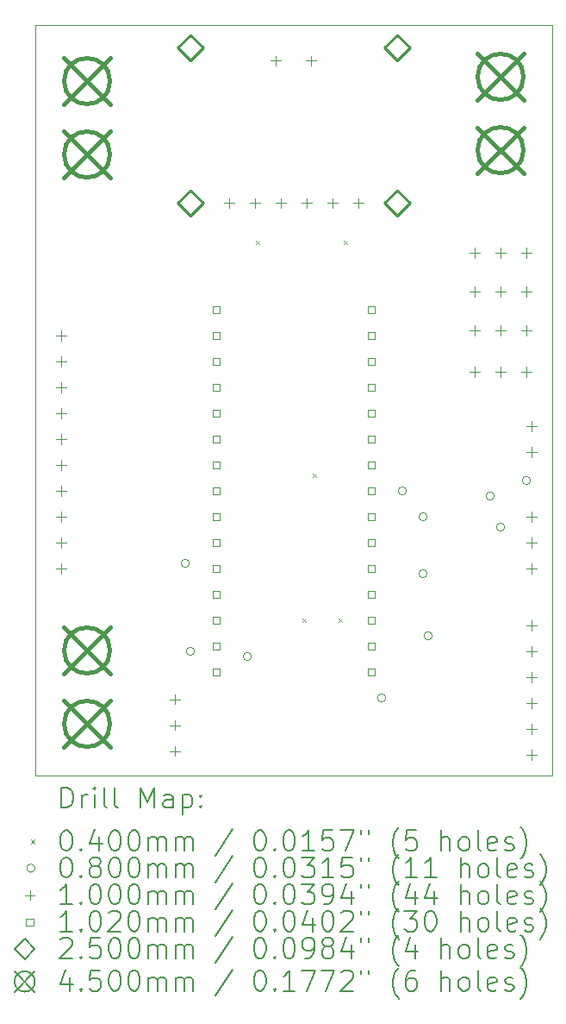
<source format=gbr>
%TF.GenerationSoftware,KiCad,Pcbnew,7.0.10-7.0.10~ubuntu22.04.1*%
%TF.CreationDate,2024-09-29T13:00:50+02:00*%
%TF.ProjectId,kicad,6b696361-642e-46b6-9963-61645f706362,rev?*%
%TF.SameCoordinates,Original*%
%TF.FileFunction,Drillmap*%
%TF.FilePolarity,Positive*%
%FSLAX45Y45*%
G04 Gerber Fmt 4.5, Leading zero omitted, Abs format (unit mm)*
G04 Created by KiCad (PCBNEW 7.0.10-7.0.10~ubuntu22.04.1) date 2024-09-29 13:00:50*
%MOMM*%
%LPD*%
G01*
G04 APERTURE LIST*
%ADD10C,0.100000*%
%ADD11C,0.200000*%
%ADD12C,0.102000*%
%ADD13C,0.250000*%
%ADD14C,0.450000*%
G04 APERTURE END LIST*
D10*
X9855200Y-5588000D02*
X14935200Y-5588000D01*
X14935200Y-12954000D01*
X9855200Y-12954000D01*
X9855200Y-5588000D01*
D11*
D10*
X12019600Y-7701600D02*
X12059600Y-7741600D01*
X12059600Y-7701600D02*
X12019600Y-7741600D01*
X12476800Y-11410000D02*
X12516800Y-11450000D01*
X12516800Y-11410000D02*
X12476800Y-11450000D01*
X12578400Y-9987600D02*
X12618400Y-10027600D01*
X12618400Y-9987600D02*
X12578400Y-10027600D01*
X12832400Y-11410000D02*
X12872400Y-11450000D01*
X12872400Y-11410000D02*
X12832400Y-11450000D01*
X12883200Y-7701600D02*
X12923200Y-7741600D01*
X12923200Y-7701600D02*
X12883200Y-7741600D01*
X11368400Y-10871200D02*
G75*
G03*
X11288400Y-10871200I-40000J0D01*
G01*
X11288400Y-10871200D02*
G75*
G03*
X11368400Y-10871200I40000J0D01*
G01*
X11419200Y-11734800D02*
G75*
G03*
X11339200Y-11734800I-40000J0D01*
G01*
X11339200Y-11734800D02*
G75*
G03*
X11419200Y-11734800I40000J0D01*
G01*
X11978000Y-11785600D02*
G75*
G03*
X11898000Y-11785600I-40000J0D01*
G01*
X11898000Y-11785600D02*
G75*
G03*
X11978000Y-11785600I40000J0D01*
G01*
X13298800Y-12192000D02*
G75*
G03*
X13218800Y-12192000I-40000J0D01*
G01*
X13218800Y-12192000D02*
G75*
G03*
X13298800Y-12192000I40000J0D01*
G01*
X13502000Y-10160000D02*
G75*
G03*
X13422000Y-10160000I-40000J0D01*
G01*
X13422000Y-10160000D02*
G75*
G03*
X13502000Y-10160000I40000J0D01*
G01*
X13705200Y-10414000D02*
G75*
G03*
X13625200Y-10414000I-40000J0D01*
G01*
X13625200Y-10414000D02*
G75*
G03*
X13705200Y-10414000I40000J0D01*
G01*
X13705200Y-10972800D02*
G75*
G03*
X13625200Y-10972800I-40000J0D01*
G01*
X13625200Y-10972800D02*
G75*
G03*
X13705200Y-10972800I40000J0D01*
G01*
X13756000Y-11582400D02*
G75*
G03*
X13676000Y-11582400I-40000J0D01*
G01*
X13676000Y-11582400D02*
G75*
G03*
X13756000Y-11582400I40000J0D01*
G01*
X14365600Y-10210800D02*
G75*
G03*
X14285600Y-10210800I-40000J0D01*
G01*
X14285600Y-10210800D02*
G75*
G03*
X14365600Y-10210800I40000J0D01*
G01*
X14467200Y-10515600D02*
G75*
G03*
X14387200Y-10515600I-40000J0D01*
G01*
X14387200Y-10515600D02*
G75*
G03*
X14467200Y-10515600I40000J0D01*
G01*
X14721200Y-10058400D02*
G75*
G03*
X14641200Y-10058400I-40000J0D01*
G01*
X14641200Y-10058400D02*
G75*
G03*
X14721200Y-10058400I40000J0D01*
G01*
X10109200Y-8586000D02*
X10109200Y-8686000D01*
X10059200Y-8636000D02*
X10159200Y-8636000D01*
X10109200Y-8840000D02*
X10109200Y-8940000D01*
X10059200Y-8890000D02*
X10159200Y-8890000D01*
X10109200Y-9094000D02*
X10109200Y-9194000D01*
X10059200Y-9144000D02*
X10159200Y-9144000D01*
X10109200Y-9348000D02*
X10109200Y-9448000D01*
X10059200Y-9398000D02*
X10159200Y-9398000D01*
X10109200Y-9602000D02*
X10109200Y-9702000D01*
X10059200Y-9652000D02*
X10159200Y-9652000D01*
X10109200Y-9856000D02*
X10109200Y-9956000D01*
X10059200Y-9906000D02*
X10159200Y-9906000D01*
X10109200Y-10110000D02*
X10109200Y-10210000D01*
X10059200Y-10160000D02*
X10159200Y-10160000D01*
X10109200Y-10364000D02*
X10109200Y-10464000D01*
X10059200Y-10414000D02*
X10159200Y-10414000D01*
X10109200Y-10618000D02*
X10109200Y-10718000D01*
X10059200Y-10668000D02*
X10159200Y-10668000D01*
X10109200Y-10872000D02*
X10109200Y-10972000D01*
X10059200Y-10922000D02*
X10159200Y-10922000D01*
X11226800Y-12154700D02*
X11226800Y-12254700D01*
X11176800Y-12204700D02*
X11276800Y-12204700D01*
X11226800Y-12408700D02*
X11226800Y-12508700D01*
X11176800Y-12458700D02*
X11276800Y-12458700D01*
X11226800Y-12662700D02*
X11226800Y-12762700D01*
X11176800Y-12712700D02*
X11276800Y-12712700D01*
X11760200Y-7285750D02*
X11760200Y-7385750D01*
X11710200Y-7335750D02*
X11810200Y-7335750D01*
X12014200Y-7285750D02*
X12014200Y-7385750D01*
X11964200Y-7335750D02*
X12064200Y-7335750D01*
X12215200Y-5888750D02*
X12215200Y-5988750D01*
X12165200Y-5938750D02*
X12265200Y-5938750D01*
X12268200Y-7285750D02*
X12268200Y-7385750D01*
X12218200Y-7335750D02*
X12318200Y-7335750D01*
X12522200Y-7285750D02*
X12522200Y-7385750D01*
X12472200Y-7335750D02*
X12572200Y-7335750D01*
X12565200Y-5888750D02*
X12565200Y-5988750D01*
X12515200Y-5938750D02*
X12615200Y-5938750D01*
X12776200Y-7285750D02*
X12776200Y-7385750D01*
X12726200Y-7335750D02*
X12826200Y-7335750D01*
X13030200Y-7285750D02*
X13030200Y-7385750D01*
X12980200Y-7335750D02*
X13080200Y-7335750D01*
X14173200Y-8535200D02*
X14173200Y-8635200D01*
X14123200Y-8585200D02*
X14223200Y-8585200D01*
X14173200Y-8941600D02*
X14173200Y-9041600D01*
X14123200Y-8991600D02*
X14223200Y-8991600D01*
X14174700Y-7773200D02*
X14174700Y-7873200D01*
X14124700Y-7823200D02*
X14224700Y-7823200D01*
X14174700Y-8154200D02*
X14174700Y-8254200D01*
X14124700Y-8204200D02*
X14224700Y-8204200D01*
X14427200Y-8535200D02*
X14427200Y-8635200D01*
X14377200Y-8585200D02*
X14477200Y-8585200D01*
X14427200Y-8941600D02*
X14427200Y-9041600D01*
X14377200Y-8991600D02*
X14477200Y-8991600D01*
X14428700Y-7773200D02*
X14428700Y-7873200D01*
X14378700Y-7823200D02*
X14478700Y-7823200D01*
X14428700Y-8154200D02*
X14428700Y-8254200D01*
X14378700Y-8204200D02*
X14478700Y-8204200D01*
X14681200Y-8535200D02*
X14681200Y-8635200D01*
X14631200Y-8585200D02*
X14731200Y-8585200D01*
X14681200Y-8941600D02*
X14681200Y-9041600D01*
X14631200Y-8991600D02*
X14731200Y-8991600D01*
X14682700Y-7773200D02*
X14682700Y-7873200D01*
X14632700Y-7823200D02*
X14732700Y-7823200D01*
X14682700Y-8154200D02*
X14682700Y-8254200D01*
X14632700Y-8204200D02*
X14732700Y-8204200D01*
X14732000Y-9475000D02*
X14732000Y-9575000D01*
X14682000Y-9525000D02*
X14782000Y-9525000D01*
X14732000Y-9729000D02*
X14732000Y-9829000D01*
X14682000Y-9779000D02*
X14782000Y-9779000D01*
X14732000Y-10362500D02*
X14732000Y-10462500D01*
X14682000Y-10412500D02*
X14782000Y-10412500D01*
X14732000Y-10616500D02*
X14732000Y-10716500D01*
X14682000Y-10666500D02*
X14782000Y-10666500D01*
X14732000Y-10870500D02*
X14732000Y-10970500D01*
X14682000Y-10920500D02*
X14782000Y-10920500D01*
X14732000Y-11430800D02*
X14732000Y-11530800D01*
X14682000Y-11480800D02*
X14782000Y-11480800D01*
X14732000Y-11684800D02*
X14732000Y-11784800D01*
X14682000Y-11734800D02*
X14782000Y-11734800D01*
X14732000Y-11938800D02*
X14732000Y-12038800D01*
X14682000Y-11988800D02*
X14782000Y-11988800D01*
X14732000Y-12192800D02*
X14732000Y-12292800D01*
X14682000Y-12242800D02*
X14782000Y-12242800D01*
X14732000Y-12446800D02*
X14732000Y-12546800D01*
X14682000Y-12496800D02*
X14782000Y-12496800D01*
X14732000Y-12700800D02*
X14732000Y-12800800D01*
X14682000Y-12750800D02*
X14782000Y-12750800D01*
D12*
X11669263Y-8418063D02*
X11669263Y-8345937D01*
X11597137Y-8345937D01*
X11597137Y-8418063D01*
X11669263Y-8418063D01*
X11669263Y-8672063D02*
X11669263Y-8599937D01*
X11597137Y-8599937D01*
X11597137Y-8672063D01*
X11669263Y-8672063D01*
X11669263Y-8926063D02*
X11669263Y-8853937D01*
X11597137Y-8853937D01*
X11597137Y-8926063D01*
X11669263Y-8926063D01*
X11669263Y-9180063D02*
X11669263Y-9107937D01*
X11597137Y-9107937D01*
X11597137Y-9180063D01*
X11669263Y-9180063D01*
X11669263Y-9434063D02*
X11669263Y-9361937D01*
X11597137Y-9361937D01*
X11597137Y-9434063D01*
X11669263Y-9434063D01*
X11669263Y-9688063D02*
X11669263Y-9615937D01*
X11597137Y-9615937D01*
X11597137Y-9688063D01*
X11669263Y-9688063D01*
X11669263Y-9942063D02*
X11669263Y-9869937D01*
X11597137Y-9869937D01*
X11597137Y-9942063D01*
X11669263Y-9942063D01*
X11669263Y-10196063D02*
X11669263Y-10123937D01*
X11597137Y-10123937D01*
X11597137Y-10196063D01*
X11669263Y-10196063D01*
X11669263Y-10450063D02*
X11669263Y-10377937D01*
X11597137Y-10377937D01*
X11597137Y-10450063D01*
X11669263Y-10450063D01*
X11669263Y-10704063D02*
X11669263Y-10631937D01*
X11597137Y-10631937D01*
X11597137Y-10704063D01*
X11669263Y-10704063D01*
X11669263Y-10958063D02*
X11669263Y-10885937D01*
X11597137Y-10885937D01*
X11597137Y-10958063D01*
X11669263Y-10958063D01*
X11669263Y-11212063D02*
X11669263Y-11139937D01*
X11597137Y-11139937D01*
X11597137Y-11212063D01*
X11669263Y-11212063D01*
X11669263Y-11466063D02*
X11669263Y-11393937D01*
X11597137Y-11393937D01*
X11597137Y-11466063D01*
X11669263Y-11466063D01*
X11669263Y-11720063D02*
X11669263Y-11647937D01*
X11597137Y-11647937D01*
X11597137Y-11720063D01*
X11669263Y-11720063D01*
X11669263Y-11974063D02*
X11669263Y-11901937D01*
X11597137Y-11901937D01*
X11597137Y-11974063D01*
X11669263Y-11974063D01*
X13193263Y-8418063D02*
X13193263Y-8345937D01*
X13121137Y-8345937D01*
X13121137Y-8418063D01*
X13193263Y-8418063D01*
X13193263Y-8672063D02*
X13193263Y-8599937D01*
X13121137Y-8599937D01*
X13121137Y-8672063D01*
X13193263Y-8672063D01*
X13193263Y-8926063D02*
X13193263Y-8853937D01*
X13121137Y-8853937D01*
X13121137Y-8926063D01*
X13193263Y-8926063D01*
X13193263Y-9180063D02*
X13193263Y-9107937D01*
X13121137Y-9107937D01*
X13121137Y-9180063D01*
X13193263Y-9180063D01*
X13193263Y-9434063D02*
X13193263Y-9361937D01*
X13121137Y-9361937D01*
X13121137Y-9434063D01*
X13193263Y-9434063D01*
X13193263Y-9688063D02*
X13193263Y-9615937D01*
X13121137Y-9615937D01*
X13121137Y-9688063D01*
X13193263Y-9688063D01*
X13193263Y-9942063D02*
X13193263Y-9869937D01*
X13121137Y-9869937D01*
X13121137Y-9942063D01*
X13193263Y-9942063D01*
X13193263Y-10196063D02*
X13193263Y-10123937D01*
X13121137Y-10123937D01*
X13121137Y-10196063D01*
X13193263Y-10196063D01*
X13193263Y-10450063D02*
X13193263Y-10377937D01*
X13121137Y-10377937D01*
X13121137Y-10450063D01*
X13193263Y-10450063D01*
X13193263Y-10704063D02*
X13193263Y-10631937D01*
X13121137Y-10631937D01*
X13121137Y-10704063D01*
X13193263Y-10704063D01*
X13193263Y-10958063D02*
X13193263Y-10885937D01*
X13121137Y-10885937D01*
X13121137Y-10958063D01*
X13193263Y-10958063D01*
X13193263Y-11212063D02*
X13193263Y-11139937D01*
X13121137Y-11139937D01*
X13121137Y-11212063D01*
X13193263Y-11212063D01*
X13193263Y-11466063D02*
X13193263Y-11393937D01*
X13121137Y-11393937D01*
X13121137Y-11466063D01*
X13193263Y-11466063D01*
X13193263Y-11720063D02*
X13193263Y-11647937D01*
X13121137Y-11647937D01*
X13121137Y-11720063D01*
X13193263Y-11720063D01*
X13193263Y-11974063D02*
X13193263Y-11901937D01*
X13121137Y-11901937D01*
X13121137Y-11974063D01*
X13193263Y-11974063D01*
D13*
X11379200Y-5936750D02*
X11504200Y-5811750D01*
X11379200Y-5686750D01*
X11254200Y-5811750D01*
X11379200Y-5936750D01*
X11379200Y-7460750D02*
X11504200Y-7335750D01*
X11379200Y-7210750D01*
X11254200Y-7335750D01*
X11379200Y-7460750D01*
X13411200Y-5936750D02*
X13536200Y-5811750D01*
X13411200Y-5686750D01*
X13286200Y-5811750D01*
X13411200Y-5936750D01*
X13411200Y-7460750D02*
X13536200Y-7335750D01*
X13411200Y-7210750D01*
X13286200Y-7335750D01*
X13411200Y-7460750D01*
D14*
X10138200Y-5913000D02*
X10588200Y-6363000D01*
X10588200Y-5913000D02*
X10138200Y-6363000D01*
X10588200Y-6138000D02*
G75*
G03*
X10138200Y-6138000I-225000J0D01*
G01*
X10138200Y-6138000D02*
G75*
G03*
X10588200Y-6138000I225000J0D01*
G01*
X10138200Y-6633000D02*
X10588200Y-7083000D01*
X10588200Y-6633000D02*
X10138200Y-7083000D01*
X10588200Y-6858000D02*
G75*
G03*
X10138200Y-6858000I-225000J0D01*
G01*
X10138200Y-6858000D02*
G75*
G03*
X10588200Y-6858000I225000J0D01*
G01*
X10138200Y-11501000D02*
X10588200Y-11951000D01*
X10588200Y-11501000D02*
X10138200Y-11951000D01*
X10588200Y-11726000D02*
G75*
G03*
X10138200Y-11726000I-225000J0D01*
G01*
X10138200Y-11726000D02*
G75*
G03*
X10588200Y-11726000I225000J0D01*
G01*
X10138200Y-12221000D02*
X10588200Y-12671000D01*
X10588200Y-12221000D02*
X10138200Y-12671000D01*
X10588200Y-12446000D02*
G75*
G03*
X10138200Y-12446000I-225000J0D01*
G01*
X10138200Y-12446000D02*
G75*
G03*
X10588200Y-12446000I225000J0D01*
G01*
X14202200Y-5871000D02*
X14652200Y-6321000D01*
X14652200Y-5871000D02*
X14202200Y-6321000D01*
X14652200Y-6096000D02*
G75*
G03*
X14202200Y-6096000I-225000J0D01*
G01*
X14202200Y-6096000D02*
G75*
G03*
X14652200Y-6096000I225000J0D01*
G01*
X14202200Y-6591000D02*
X14652200Y-7041000D01*
X14652200Y-6591000D02*
X14202200Y-7041000D01*
X14652200Y-6816000D02*
G75*
G03*
X14202200Y-6816000I-225000J0D01*
G01*
X14202200Y-6816000D02*
G75*
G03*
X14652200Y-6816000I225000J0D01*
G01*
D11*
X10110977Y-13270484D02*
X10110977Y-13070484D01*
X10110977Y-13070484D02*
X10158596Y-13070484D01*
X10158596Y-13070484D02*
X10187167Y-13080008D01*
X10187167Y-13080008D02*
X10206215Y-13099055D01*
X10206215Y-13099055D02*
X10215739Y-13118103D01*
X10215739Y-13118103D02*
X10225263Y-13156198D01*
X10225263Y-13156198D02*
X10225263Y-13184769D01*
X10225263Y-13184769D02*
X10215739Y-13222865D01*
X10215739Y-13222865D02*
X10206215Y-13241912D01*
X10206215Y-13241912D02*
X10187167Y-13260960D01*
X10187167Y-13260960D02*
X10158596Y-13270484D01*
X10158596Y-13270484D02*
X10110977Y-13270484D01*
X10310977Y-13270484D02*
X10310977Y-13137150D01*
X10310977Y-13175246D02*
X10320501Y-13156198D01*
X10320501Y-13156198D02*
X10330024Y-13146674D01*
X10330024Y-13146674D02*
X10349072Y-13137150D01*
X10349072Y-13137150D02*
X10368120Y-13137150D01*
X10434786Y-13270484D02*
X10434786Y-13137150D01*
X10434786Y-13070484D02*
X10425263Y-13080008D01*
X10425263Y-13080008D02*
X10434786Y-13089531D01*
X10434786Y-13089531D02*
X10444310Y-13080008D01*
X10444310Y-13080008D02*
X10434786Y-13070484D01*
X10434786Y-13070484D02*
X10434786Y-13089531D01*
X10558596Y-13270484D02*
X10539548Y-13260960D01*
X10539548Y-13260960D02*
X10530024Y-13241912D01*
X10530024Y-13241912D02*
X10530024Y-13070484D01*
X10663358Y-13270484D02*
X10644310Y-13260960D01*
X10644310Y-13260960D02*
X10634786Y-13241912D01*
X10634786Y-13241912D02*
X10634786Y-13070484D01*
X10891929Y-13270484D02*
X10891929Y-13070484D01*
X10891929Y-13070484D02*
X10958596Y-13213341D01*
X10958596Y-13213341D02*
X11025263Y-13070484D01*
X11025263Y-13070484D02*
X11025263Y-13270484D01*
X11206215Y-13270484D02*
X11206215Y-13165722D01*
X11206215Y-13165722D02*
X11196691Y-13146674D01*
X11196691Y-13146674D02*
X11177644Y-13137150D01*
X11177644Y-13137150D02*
X11139548Y-13137150D01*
X11139548Y-13137150D02*
X11120501Y-13146674D01*
X11206215Y-13260960D02*
X11187167Y-13270484D01*
X11187167Y-13270484D02*
X11139548Y-13270484D01*
X11139548Y-13270484D02*
X11120501Y-13260960D01*
X11120501Y-13260960D02*
X11110977Y-13241912D01*
X11110977Y-13241912D02*
X11110977Y-13222865D01*
X11110977Y-13222865D02*
X11120501Y-13203817D01*
X11120501Y-13203817D02*
X11139548Y-13194293D01*
X11139548Y-13194293D02*
X11187167Y-13194293D01*
X11187167Y-13194293D02*
X11206215Y-13184769D01*
X11301453Y-13137150D02*
X11301453Y-13337150D01*
X11301453Y-13146674D02*
X11320501Y-13137150D01*
X11320501Y-13137150D02*
X11358596Y-13137150D01*
X11358596Y-13137150D02*
X11377643Y-13146674D01*
X11377643Y-13146674D02*
X11387167Y-13156198D01*
X11387167Y-13156198D02*
X11396691Y-13175246D01*
X11396691Y-13175246D02*
X11396691Y-13232388D01*
X11396691Y-13232388D02*
X11387167Y-13251436D01*
X11387167Y-13251436D02*
X11377643Y-13260960D01*
X11377643Y-13260960D02*
X11358596Y-13270484D01*
X11358596Y-13270484D02*
X11320501Y-13270484D01*
X11320501Y-13270484D02*
X11301453Y-13260960D01*
X11482405Y-13251436D02*
X11491929Y-13260960D01*
X11491929Y-13260960D02*
X11482405Y-13270484D01*
X11482405Y-13270484D02*
X11472882Y-13260960D01*
X11472882Y-13260960D02*
X11482405Y-13251436D01*
X11482405Y-13251436D02*
X11482405Y-13270484D01*
X11482405Y-13146674D02*
X11491929Y-13156198D01*
X11491929Y-13156198D02*
X11482405Y-13165722D01*
X11482405Y-13165722D02*
X11472882Y-13156198D01*
X11472882Y-13156198D02*
X11482405Y-13146674D01*
X11482405Y-13146674D02*
X11482405Y-13165722D01*
D10*
X9810200Y-13579000D02*
X9850200Y-13619000D01*
X9850200Y-13579000D02*
X9810200Y-13619000D01*
D11*
X10149072Y-13490484D02*
X10168120Y-13490484D01*
X10168120Y-13490484D02*
X10187167Y-13500008D01*
X10187167Y-13500008D02*
X10196691Y-13509531D01*
X10196691Y-13509531D02*
X10206215Y-13528579D01*
X10206215Y-13528579D02*
X10215739Y-13566674D01*
X10215739Y-13566674D02*
X10215739Y-13614293D01*
X10215739Y-13614293D02*
X10206215Y-13652388D01*
X10206215Y-13652388D02*
X10196691Y-13671436D01*
X10196691Y-13671436D02*
X10187167Y-13680960D01*
X10187167Y-13680960D02*
X10168120Y-13690484D01*
X10168120Y-13690484D02*
X10149072Y-13690484D01*
X10149072Y-13690484D02*
X10130024Y-13680960D01*
X10130024Y-13680960D02*
X10120501Y-13671436D01*
X10120501Y-13671436D02*
X10110977Y-13652388D01*
X10110977Y-13652388D02*
X10101453Y-13614293D01*
X10101453Y-13614293D02*
X10101453Y-13566674D01*
X10101453Y-13566674D02*
X10110977Y-13528579D01*
X10110977Y-13528579D02*
X10120501Y-13509531D01*
X10120501Y-13509531D02*
X10130024Y-13500008D01*
X10130024Y-13500008D02*
X10149072Y-13490484D01*
X10301453Y-13671436D02*
X10310977Y-13680960D01*
X10310977Y-13680960D02*
X10301453Y-13690484D01*
X10301453Y-13690484D02*
X10291929Y-13680960D01*
X10291929Y-13680960D02*
X10301453Y-13671436D01*
X10301453Y-13671436D02*
X10301453Y-13690484D01*
X10482405Y-13557150D02*
X10482405Y-13690484D01*
X10434786Y-13480960D02*
X10387167Y-13623817D01*
X10387167Y-13623817D02*
X10510977Y-13623817D01*
X10625263Y-13490484D02*
X10644310Y-13490484D01*
X10644310Y-13490484D02*
X10663358Y-13500008D01*
X10663358Y-13500008D02*
X10672882Y-13509531D01*
X10672882Y-13509531D02*
X10682405Y-13528579D01*
X10682405Y-13528579D02*
X10691929Y-13566674D01*
X10691929Y-13566674D02*
X10691929Y-13614293D01*
X10691929Y-13614293D02*
X10682405Y-13652388D01*
X10682405Y-13652388D02*
X10672882Y-13671436D01*
X10672882Y-13671436D02*
X10663358Y-13680960D01*
X10663358Y-13680960D02*
X10644310Y-13690484D01*
X10644310Y-13690484D02*
X10625263Y-13690484D01*
X10625263Y-13690484D02*
X10606215Y-13680960D01*
X10606215Y-13680960D02*
X10596691Y-13671436D01*
X10596691Y-13671436D02*
X10587167Y-13652388D01*
X10587167Y-13652388D02*
X10577644Y-13614293D01*
X10577644Y-13614293D02*
X10577644Y-13566674D01*
X10577644Y-13566674D02*
X10587167Y-13528579D01*
X10587167Y-13528579D02*
X10596691Y-13509531D01*
X10596691Y-13509531D02*
X10606215Y-13500008D01*
X10606215Y-13500008D02*
X10625263Y-13490484D01*
X10815739Y-13490484D02*
X10834786Y-13490484D01*
X10834786Y-13490484D02*
X10853834Y-13500008D01*
X10853834Y-13500008D02*
X10863358Y-13509531D01*
X10863358Y-13509531D02*
X10872882Y-13528579D01*
X10872882Y-13528579D02*
X10882405Y-13566674D01*
X10882405Y-13566674D02*
X10882405Y-13614293D01*
X10882405Y-13614293D02*
X10872882Y-13652388D01*
X10872882Y-13652388D02*
X10863358Y-13671436D01*
X10863358Y-13671436D02*
X10853834Y-13680960D01*
X10853834Y-13680960D02*
X10834786Y-13690484D01*
X10834786Y-13690484D02*
X10815739Y-13690484D01*
X10815739Y-13690484D02*
X10796691Y-13680960D01*
X10796691Y-13680960D02*
X10787167Y-13671436D01*
X10787167Y-13671436D02*
X10777644Y-13652388D01*
X10777644Y-13652388D02*
X10768120Y-13614293D01*
X10768120Y-13614293D02*
X10768120Y-13566674D01*
X10768120Y-13566674D02*
X10777644Y-13528579D01*
X10777644Y-13528579D02*
X10787167Y-13509531D01*
X10787167Y-13509531D02*
X10796691Y-13500008D01*
X10796691Y-13500008D02*
X10815739Y-13490484D01*
X10968120Y-13690484D02*
X10968120Y-13557150D01*
X10968120Y-13576198D02*
X10977644Y-13566674D01*
X10977644Y-13566674D02*
X10996691Y-13557150D01*
X10996691Y-13557150D02*
X11025263Y-13557150D01*
X11025263Y-13557150D02*
X11044310Y-13566674D01*
X11044310Y-13566674D02*
X11053834Y-13585722D01*
X11053834Y-13585722D02*
X11053834Y-13690484D01*
X11053834Y-13585722D02*
X11063358Y-13566674D01*
X11063358Y-13566674D02*
X11082405Y-13557150D01*
X11082405Y-13557150D02*
X11110977Y-13557150D01*
X11110977Y-13557150D02*
X11130025Y-13566674D01*
X11130025Y-13566674D02*
X11139548Y-13585722D01*
X11139548Y-13585722D02*
X11139548Y-13690484D01*
X11234786Y-13690484D02*
X11234786Y-13557150D01*
X11234786Y-13576198D02*
X11244310Y-13566674D01*
X11244310Y-13566674D02*
X11263358Y-13557150D01*
X11263358Y-13557150D02*
X11291929Y-13557150D01*
X11291929Y-13557150D02*
X11310977Y-13566674D01*
X11310977Y-13566674D02*
X11320501Y-13585722D01*
X11320501Y-13585722D02*
X11320501Y-13690484D01*
X11320501Y-13585722D02*
X11330024Y-13566674D01*
X11330024Y-13566674D02*
X11349072Y-13557150D01*
X11349072Y-13557150D02*
X11377643Y-13557150D01*
X11377643Y-13557150D02*
X11396691Y-13566674D01*
X11396691Y-13566674D02*
X11406215Y-13585722D01*
X11406215Y-13585722D02*
X11406215Y-13690484D01*
X11796691Y-13480960D02*
X11625263Y-13738103D01*
X12053834Y-13490484D02*
X12072882Y-13490484D01*
X12072882Y-13490484D02*
X12091929Y-13500008D01*
X12091929Y-13500008D02*
X12101453Y-13509531D01*
X12101453Y-13509531D02*
X12110977Y-13528579D01*
X12110977Y-13528579D02*
X12120501Y-13566674D01*
X12120501Y-13566674D02*
X12120501Y-13614293D01*
X12120501Y-13614293D02*
X12110977Y-13652388D01*
X12110977Y-13652388D02*
X12101453Y-13671436D01*
X12101453Y-13671436D02*
X12091929Y-13680960D01*
X12091929Y-13680960D02*
X12072882Y-13690484D01*
X12072882Y-13690484D02*
X12053834Y-13690484D01*
X12053834Y-13690484D02*
X12034786Y-13680960D01*
X12034786Y-13680960D02*
X12025263Y-13671436D01*
X12025263Y-13671436D02*
X12015739Y-13652388D01*
X12015739Y-13652388D02*
X12006215Y-13614293D01*
X12006215Y-13614293D02*
X12006215Y-13566674D01*
X12006215Y-13566674D02*
X12015739Y-13528579D01*
X12015739Y-13528579D02*
X12025263Y-13509531D01*
X12025263Y-13509531D02*
X12034786Y-13500008D01*
X12034786Y-13500008D02*
X12053834Y-13490484D01*
X12206215Y-13671436D02*
X12215739Y-13680960D01*
X12215739Y-13680960D02*
X12206215Y-13690484D01*
X12206215Y-13690484D02*
X12196691Y-13680960D01*
X12196691Y-13680960D02*
X12206215Y-13671436D01*
X12206215Y-13671436D02*
X12206215Y-13690484D01*
X12339548Y-13490484D02*
X12358596Y-13490484D01*
X12358596Y-13490484D02*
X12377644Y-13500008D01*
X12377644Y-13500008D02*
X12387167Y-13509531D01*
X12387167Y-13509531D02*
X12396691Y-13528579D01*
X12396691Y-13528579D02*
X12406215Y-13566674D01*
X12406215Y-13566674D02*
X12406215Y-13614293D01*
X12406215Y-13614293D02*
X12396691Y-13652388D01*
X12396691Y-13652388D02*
X12387167Y-13671436D01*
X12387167Y-13671436D02*
X12377644Y-13680960D01*
X12377644Y-13680960D02*
X12358596Y-13690484D01*
X12358596Y-13690484D02*
X12339548Y-13690484D01*
X12339548Y-13690484D02*
X12320501Y-13680960D01*
X12320501Y-13680960D02*
X12310977Y-13671436D01*
X12310977Y-13671436D02*
X12301453Y-13652388D01*
X12301453Y-13652388D02*
X12291929Y-13614293D01*
X12291929Y-13614293D02*
X12291929Y-13566674D01*
X12291929Y-13566674D02*
X12301453Y-13528579D01*
X12301453Y-13528579D02*
X12310977Y-13509531D01*
X12310977Y-13509531D02*
X12320501Y-13500008D01*
X12320501Y-13500008D02*
X12339548Y-13490484D01*
X12596691Y-13690484D02*
X12482406Y-13690484D01*
X12539548Y-13690484D02*
X12539548Y-13490484D01*
X12539548Y-13490484D02*
X12520501Y-13519055D01*
X12520501Y-13519055D02*
X12501453Y-13538103D01*
X12501453Y-13538103D02*
X12482406Y-13547627D01*
X12777644Y-13490484D02*
X12682406Y-13490484D01*
X12682406Y-13490484D02*
X12672882Y-13585722D01*
X12672882Y-13585722D02*
X12682406Y-13576198D01*
X12682406Y-13576198D02*
X12701453Y-13566674D01*
X12701453Y-13566674D02*
X12749072Y-13566674D01*
X12749072Y-13566674D02*
X12768120Y-13576198D01*
X12768120Y-13576198D02*
X12777644Y-13585722D01*
X12777644Y-13585722D02*
X12787167Y-13604769D01*
X12787167Y-13604769D02*
X12787167Y-13652388D01*
X12787167Y-13652388D02*
X12777644Y-13671436D01*
X12777644Y-13671436D02*
X12768120Y-13680960D01*
X12768120Y-13680960D02*
X12749072Y-13690484D01*
X12749072Y-13690484D02*
X12701453Y-13690484D01*
X12701453Y-13690484D02*
X12682406Y-13680960D01*
X12682406Y-13680960D02*
X12672882Y-13671436D01*
X12853834Y-13490484D02*
X12987167Y-13490484D01*
X12987167Y-13490484D02*
X12901453Y-13690484D01*
X13053834Y-13490484D02*
X13053834Y-13528579D01*
X13130025Y-13490484D02*
X13130025Y-13528579D01*
X13425263Y-13766674D02*
X13415739Y-13757150D01*
X13415739Y-13757150D02*
X13396691Y-13728579D01*
X13396691Y-13728579D02*
X13387168Y-13709531D01*
X13387168Y-13709531D02*
X13377644Y-13680960D01*
X13377644Y-13680960D02*
X13368120Y-13633341D01*
X13368120Y-13633341D02*
X13368120Y-13595246D01*
X13368120Y-13595246D02*
X13377644Y-13547627D01*
X13377644Y-13547627D02*
X13387168Y-13519055D01*
X13387168Y-13519055D02*
X13396691Y-13500008D01*
X13396691Y-13500008D02*
X13415739Y-13471436D01*
X13415739Y-13471436D02*
X13425263Y-13461912D01*
X13596691Y-13490484D02*
X13501453Y-13490484D01*
X13501453Y-13490484D02*
X13491929Y-13585722D01*
X13491929Y-13585722D02*
X13501453Y-13576198D01*
X13501453Y-13576198D02*
X13520501Y-13566674D01*
X13520501Y-13566674D02*
X13568120Y-13566674D01*
X13568120Y-13566674D02*
X13587168Y-13576198D01*
X13587168Y-13576198D02*
X13596691Y-13585722D01*
X13596691Y-13585722D02*
X13606215Y-13604769D01*
X13606215Y-13604769D02*
X13606215Y-13652388D01*
X13606215Y-13652388D02*
X13596691Y-13671436D01*
X13596691Y-13671436D02*
X13587168Y-13680960D01*
X13587168Y-13680960D02*
X13568120Y-13690484D01*
X13568120Y-13690484D02*
X13520501Y-13690484D01*
X13520501Y-13690484D02*
X13501453Y-13680960D01*
X13501453Y-13680960D02*
X13491929Y-13671436D01*
X13844310Y-13690484D02*
X13844310Y-13490484D01*
X13930025Y-13690484D02*
X13930025Y-13585722D01*
X13930025Y-13585722D02*
X13920501Y-13566674D01*
X13920501Y-13566674D02*
X13901453Y-13557150D01*
X13901453Y-13557150D02*
X13872882Y-13557150D01*
X13872882Y-13557150D02*
X13853834Y-13566674D01*
X13853834Y-13566674D02*
X13844310Y-13576198D01*
X14053834Y-13690484D02*
X14034787Y-13680960D01*
X14034787Y-13680960D02*
X14025263Y-13671436D01*
X14025263Y-13671436D02*
X14015739Y-13652388D01*
X14015739Y-13652388D02*
X14015739Y-13595246D01*
X14015739Y-13595246D02*
X14025263Y-13576198D01*
X14025263Y-13576198D02*
X14034787Y-13566674D01*
X14034787Y-13566674D02*
X14053834Y-13557150D01*
X14053834Y-13557150D02*
X14082406Y-13557150D01*
X14082406Y-13557150D02*
X14101453Y-13566674D01*
X14101453Y-13566674D02*
X14110977Y-13576198D01*
X14110977Y-13576198D02*
X14120501Y-13595246D01*
X14120501Y-13595246D02*
X14120501Y-13652388D01*
X14120501Y-13652388D02*
X14110977Y-13671436D01*
X14110977Y-13671436D02*
X14101453Y-13680960D01*
X14101453Y-13680960D02*
X14082406Y-13690484D01*
X14082406Y-13690484D02*
X14053834Y-13690484D01*
X14234787Y-13690484D02*
X14215739Y-13680960D01*
X14215739Y-13680960D02*
X14206215Y-13661912D01*
X14206215Y-13661912D02*
X14206215Y-13490484D01*
X14387168Y-13680960D02*
X14368120Y-13690484D01*
X14368120Y-13690484D02*
X14330025Y-13690484D01*
X14330025Y-13690484D02*
X14310977Y-13680960D01*
X14310977Y-13680960D02*
X14301453Y-13661912D01*
X14301453Y-13661912D02*
X14301453Y-13585722D01*
X14301453Y-13585722D02*
X14310977Y-13566674D01*
X14310977Y-13566674D02*
X14330025Y-13557150D01*
X14330025Y-13557150D02*
X14368120Y-13557150D01*
X14368120Y-13557150D02*
X14387168Y-13566674D01*
X14387168Y-13566674D02*
X14396691Y-13585722D01*
X14396691Y-13585722D02*
X14396691Y-13604769D01*
X14396691Y-13604769D02*
X14301453Y-13623817D01*
X14472882Y-13680960D02*
X14491930Y-13690484D01*
X14491930Y-13690484D02*
X14530025Y-13690484D01*
X14530025Y-13690484D02*
X14549072Y-13680960D01*
X14549072Y-13680960D02*
X14558596Y-13661912D01*
X14558596Y-13661912D02*
X14558596Y-13652388D01*
X14558596Y-13652388D02*
X14549072Y-13633341D01*
X14549072Y-13633341D02*
X14530025Y-13623817D01*
X14530025Y-13623817D02*
X14501453Y-13623817D01*
X14501453Y-13623817D02*
X14482406Y-13614293D01*
X14482406Y-13614293D02*
X14472882Y-13595246D01*
X14472882Y-13595246D02*
X14472882Y-13585722D01*
X14472882Y-13585722D02*
X14482406Y-13566674D01*
X14482406Y-13566674D02*
X14501453Y-13557150D01*
X14501453Y-13557150D02*
X14530025Y-13557150D01*
X14530025Y-13557150D02*
X14549072Y-13566674D01*
X14625263Y-13766674D02*
X14634787Y-13757150D01*
X14634787Y-13757150D02*
X14653834Y-13728579D01*
X14653834Y-13728579D02*
X14663358Y-13709531D01*
X14663358Y-13709531D02*
X14672882Y-13680960D01*
X14672882Y-13680960D02*
X14682406Y-13633341D01*
X14682406Y-13633341D02*
X14682406Y-13595246D01*
X14682406Y-13595246D02*
X14672882Y-13547627D01*
X14672882Y-13547627D02*
X14663358Y-13519055D01*
X14663358Y-13519055D02*
X14653834Y-13500008D01*
X14653834Y-13500008D02*
X14634787Y-13471436D01*
X14634787Y-13471436D02*
X14625263Y-13461912D01*
D10*
X9850200Y-13863000D02*
G75*
G03*
X9770200Y-13863000I-40000J0D01*
G01*
X9770200Y-13863000D02*
G75*
G03*
X9850200Y-13863000I40000J0D01*
G01*
D11*
X10149072Y-13754484D02*
X10168120Y-13754484D01*
X10168120Y-13754484D02*
X10187167Y-13764008D01*
X10187167Y-13764008D02*
X10196691Y-13773531D01*
X10196691Y-13773531D02*
X10206215Y-13792579D01*
X10206215Y-13792579D02*
X10215739Y-13830674D01*
X10215739Y-13830674D02*
X10215739Y-13878293D01*
X10215739Y-13878293D02*
X10206215Y-13916388D01*
X10206215Y-13916388D02*
X10196691Y-13935436D01*
X10196691Y-13935436D02*
X10187167Y-13944960D01*
X10187167Y-13944960D02*
X10168120Y-13954484D01*
X10168120Y-13954484D02*
X10149072Y-13954484D01*
X10149072Y-13954484D02*
X10130024Y-13944960D01*
X10130024Y-13944960D02*
X10120501Y-13935436D01*
X10120501Y-13935436D02*
X10110977Y-13916388D01*
X10110977Y-13916388D02*
X10101453Y-13878293D01*
X10101453Y-13878293D02*
X10101453Y-13830674D01*
X10101453Y-13830674D02*
X10110977Y-13792579D01*
X10110977Y-13792579D02*
X10120501Y-13773531D01*
X10120501Y-13773531D02*
X10130024Y-13764008D01*
X10130024Y-13764008D02*
X10149072Y-13754484D01*
X10301453Y-13935436D02*
X10310977Y-13944960D01*
X10310977Y-13944960D02*
X10301453Y-13954484D01*
X10301453Y-13954484D02*
X10291929Y-13944960D01*
X10291929Y-13944960D02*
X10301453Y-13935436D01*
X10301453Y-13935436D02*
X10301453Y-13954484D01*
X10425263Y-13840198D02*
X10406215Y-13830674D01*
X10406215Y-13830674D02*
X10396691Y-13821150D01*
X10396691Y-13821150D02*
X10387167Y-13802103D01*
X10387167Y-13802103D02*
X10387167Y-13792579D01*
X10387167Y-13792579D02*
X10396691Y-13773531D01*
X10396691Y-13773531D02*
X10406215Y-13764008D01*
X10406215Y-13764008D02*
X10425263Y-13754484D01*
X10425263Y-13754484D02*
X10463358Y-13754484D01*
X10463358Y-13754484D02*
X10482405Y-13764008D01*
X10482405Y-13764008D02*
X10491929Y-13773531D01*
X10491929Y-13773531D02*
X10501453Y-13792579D01*
X10501453Y-13792579D02*
X10501453Y-13802103D01*
X10501453Y-13802103D02*
X10491929Y-13821150D01*
X10491929Y-13821150D02*
X10482405Y-13830674D01*
X10482405Y-13830674D02*
X10463358Y-13840198D01*
X10463358Y-13840198D02*
X10425263Y-13840198D01*
X10425263Y-13840198D02*
X10406215Y-13849722D01*
X10406215Y-13849722D02*
X10396691Y-13859246D01*
X10396691Y-13859246D02*
X10387167Y-13878293D01*
X10387167Y-13878293D02*
X10387167Y-13916388D01*
X10387167Y-13916388D02*
X10396691Y-13935436D01*
X10396691Y-13935436D02*
X10406215Y-13944960D01*
X10406215Y-13944960D02*
X10425263Y-13954484D01*
X10425263Y-13954484D02*
X10463358Y-13954484D01*
X10463358Y-13954484D02*
X10482405Y-13944960D01*
X10482405Y-13944960D02*
X10491929Y-13935436D01*
X10491929Y-13935436D02*
X10501453Y-13916388D01*
X10501453Y-13916388D02*
X10501453Y-13878293D01*
X10501453Y-13878293D02*
X10491929Y-13859246D01*
X10491929Y-13859246D02*
X10482405Y-13849722D01*
X10482405Y-13849722D02*
X10463358Y-13840198D01*
X10625263Y-13754484D02*
X10644310Y-13754484D01*
X10644310Y-13754484D02*
X10663358Y-13764008D01*
X10663358Y-13764008D02*
X10672882Y-13773531D01*
X10672882Y-13773531D02*
X10682405Y-13792579D01*
X10682405Y-13792579D02*
X10691929Y-13830674D01*
X10691929Y-13830674D02*
X10691929Y-13878293D01*
X10691929Y-13878293D02*
X10682405Y-13916388D01*
X10682405Y-13916388D02*
X10672882Y-13935436D01*
X10672882Y-13935436D02*
X10663358Y-13944960D01*
X10663358Y-13944960D02*
X10644310Y-13954484D01*
X10644310Y-13954484D02*
X10625263Y-13954484D01*
X10625263Y-13954484D02*
X10606215Y-13944960D01*
X10606215Y-13944960D02*
X10596691Y-13935436D01*
X10596691Y-13935436D02*
X10587167Y-13916388D01*
X10587167Y-13916388D02*
X10577644Y-13878293D01*
X10577644Y-13878293D02*
X10577644Y-13830674D01*
X10577644Y-13830674D02*
X10587167Y-13792579D01*
X10587167Y-13792579D02*
X10596691Y-13773531D01*
X10596691Y-13773531D02*
X10606215Y-13764008D01*
X10606215Y-13764008D02*
X10625263Y-13754484D01*
X10815739Y-13754484D02*
X10834786Y-13754484D01*
X10834786Y-13754484D02*
X10853834Y-13764008D01*
X10853834Y-13764008D02*
X10863358Y-13773531D01*
X10863358Y-13773531D02*
X10872882Y-13792579D01*
X10872882Y-13792579D02*
X10882405Y-13830674D01*
X10882405Y-13830674D02*
X10882405Y-13878293D01*
X10882405Y-13878293D02*
X10872882Y-13916388D01*
X10872882Y-13916388D02*
X10863358Y-13935436D01*
X10863358Y-13935436D02*
X10853834Y-13944960D01*
X10853834Y-13944960D02*
X10834786Y-13954484D01*
X10834786Y-13954484D02*
X10815739Y-13954484D01*
X10815739Y-13954484D02*
X10796691Y-13944960D01*
X10796691Y-13944960D02*
X10787167Y-13935436D01*
X10787167Y-13935436D02*
X10777644Y-13916388D01*
X10777644Y-13916388D02*
X10768120Y-13878293D01*
X10768120Y-13878293D02*
X10768120Y-13830674D01*
X10768120Y-13830674D02*
X10777644Y-13792579D01*
X10777644Y-13792579D02*
X10787167Y-13773531D01*
X10787167Y-13773531D02*
X10796691Y-13764008D01*
X10796691Y-13764008D02*
X10815739Y-13754484D01*
X10968120Y-13954484D02*
X10968120Y-13821150D01*
X10968120Y-13840198D02*
X10977644Y-13830674D01*
X10977644Y-13830674D02*
X10996691Y-13821150D01*
X10996691Y-13821150D02*
X11025263Y-13821150D01*
X11025263Y-13821150D02*
X11044310Y-13830674D01*
X11044310Y-13830674D02*
X11053834Y-13849722D01*
X11053834Y-13849722D02*
X11053834Y-13954484D01*
X11053834Y-13849722D02*
X11063358Y-13830674D01*
X11063358Y-13830674D02*
X11082405Y-13821150D01*
X11082405Y-13821150D02*
X11110977Y-13821150D01*
X11110977Y-13821150D02*
X11130025Y-13830674D01*
X11130025Y-13830674D02*
X11139548Y-13849722D01*
X11139548Y-13849722D02*
X11139548Y-13954484D01*
X11234786Y-13954484D02*
X11234786Y-13821150D01*
X11234786Y-13840198D02*
X11244310Y-13830674D01*
X11244310Y-13830674D02*
X11263358Y-13821150D01*
X11263358Y-13821150D02*
X11291929Y-13821150D01*
X11291929Y-13821150D02*
X11310977Y-13830674D01*
X11310977Y-13830674D02*
X11320501Y-13849722D01*
X11320501Y-13849722D02*
X11320501Y-13954484D01*
X11320501Y-13849722D02*
X11330024Y-13830674D01*
X11330024Y-13830674D02*
X11349072Y-13821150D01*
X11349072Y-13821150D02*
X11377643Y-13821150D01*
X11377643Y-13821150D02*
X11396691Y-13830674D01*
X11396691Y-13830674D02*
X11406215Y-13849722D01*
X11406215Y-13849722D02*
X11406215Y-13954484D01*
X11796691Y-13744960D02*
X11625263Y-14002103D01*
X12053834Y-13754484D02*
X12072882Y-13754484D01*
X12072882Y-13754484D02*
X12091929Y-13764008D01*
X12091929Y-13764008D02*
X12101453Y-13773531D01*
X12101453Y-13773531D02*
X12110977Y-13792579D01*
X12110977Y-13792579D02*
X12120501Y-13830674D01*
X12120501Y-13830674D02*
X12120501Y-13878293D01*
X12120501Y-13878293D02*
X12110977Y-13916388D01*
X12110977Y-13916388D02*
X12101453Y-13935436D01*
X12101453Y-13935436D02*
X12091929Y-13944960D01*
X12091929Y-13944960D02*
X12072882Y-13954484D01*
X12072882Y-13954484D02*
X12053834Y-13954484D01*
X12053834Y-13954484D02*
X12034786Y-13944960D01*
X12034786Y-13944960D02*
X12025263Y-13935436D01*
X12025263Y-13935436D02*
X12015739Y-13916388D01*
X12015739Y-13916388D02*
X12006215Y-13878293D01*
X12006215Y-13878293D02*
X12006215Y-13830674D01*
X12006215Y-13830674D02*
X12015739Y-13792579D01*
X12015739Y-13792579D02*
X12025263Y-13773531D01*
X12025263Y-13773531D02*
X12034786Y-13764008D01*
X12034786Y-13764008D02*
X12053834Y-13754484D01*
X12206215Y-13935436D02*
X12215739Y-13944960D01*
X12215739Y-13944960D02*
X12206215Y-13954484D01*
X12206215Y-13954484D02*
X12196691Y-13944960D01*
X12196691Y-13944960D02*
X12206215Y-13935436D01*
X12206215Y-13935436D02*
X12206215Y-13954484D01*
X12339548Y-13754484D02*
X12358596Y-13754484D01*
X12358596Y-13754484D02*
X12377644Y-13764008D01*
X12377644Y-13764008D02*
X12387167Y-13773531D01*
X12387167Y-13773531D02*
X12396691Y-13792579D01*
X12396691Y-13792579D02*
X12406215Y-13830674D01*
X12406215Y-13830674D02*
X12406215Y-13878293D01*
X12406215Y-13878293D02*
X12396691Y-13916388D01*
X12396691Y-13916388D02*
X12387167Y-13935436D01*
X12387167Y-13935436D02*
X12377644Y-13944960D01*
X12377644Y-13944960D02*
X12358596Y-13954484D01*
X12358596Y-13954484D02*
X12339548Y-13954484D01*
X12339548Y-13954484D02*
X12320501Y-13944960D01*
X12320501Y-13944960D02*
X12310977Y-13935436D01*
X12310977Y-13935436D02*
X12301453Y-13916388D01*
X12301453Y-13916388D02*
X12291929Y-13878293D01*
X12291929Y-13878293D02*
X12291929Y-13830674D01*
X12291929Y-13830674D02*
X12301453Y-13792579D01*
X12301453Y-13792579D02*
X12310977Y-13773531D01*
X12310977Y-13773531D02*
X12320501Y-13764008D01*
X12320501Y-13764008D02*
X12339548Y-13754484D01*
X12472882Y-13754484D02*
X12596691Y-13754484D01*
X12596691Y-13754484D02*
X12530025Y-13830674D01*
X12530025Y-13830674D02*
X12558596Y-13830674D01*
X12558596Y-13830674D02*
X12577644Y-13840198D01*
X12577644Y-13840198D02*
X12587167Y-13849722D01*
X12587167Y-13849722D02*
X12596691Y-13868769D01*
X12596691Y-13868769D02*
X12596691Y-13916388D01*
X12596691Y-13916388D02*
X12587167Y-13935436D01*
X12587167Y-13935436D02*
X12577644Y-13944960D01*
X12577644Y-13944960D02*
X12558596Y-13954484D01*
X12558596Y-13954484D02*
X12501453Y-13954484D01*
X12501453Y-13954484D02*
X12482406Y-13944960D01*
X12482406Y-13944960D02*
X12472882Y-13935436D01*
X12787167Y-13954484D02*
X12672882Y-13954484D01*
X12730025Y-13954484D02*
X12730025Y-13754484D01*
X12730025Y-13754484D02*
X12710977Y-13783055D01*
X12710977Y-13783055D02*
X12691929Y-13802103D01*
X12691929Y-13802103D02*
X12672882Y-13811627D01*
X12968120Y-13754484D02*
X12872882Y-13754484D01*
X12872882Y-13754484D02*
X12863358Y-13849722D01*
X12863358Y-13849722D02*
X12872882Y-13840198D01*
X12872882Y-13840198D02*
X12891929Y-13830674D01*
X12891929Y-13830674D02*
X12939548Y-13830674D01*
X12939548Y-13830674D02*
X12958596Y-13840198D01*
X12958596Y-13840198D02*
X12968120Y-13849722D01*
X12968120Y-13849722D02*
X12977644Y-13868769D01*
X12977644Y-13868769D02*
X12977644Y-13916388D01*
X12977644Y-13916388D02*
X12968120Y-13935436D01*
X12968120Y-13935436D02*
X12958596Y-13944960D01*
X12958596Y-13944960D02*
X12939548Y-13954484D01*
X12939548Y-13954484D02*
X12891929Y-13954484D01*
X12891929Y-13954484D02*
X12872882Y-13944960D01*
X12872882Y-13944960D02*
X12863358Y-13935436D01*
X13053834Y-13754484D02*
X13053834Y-13792579D01*
X13130025Y-13754484D02*
X13130025Y-13792579D01*
X13425263Y-14030674D02*
X13415739Y-14021150D01*
X13415739Y-14021150D02*
X13396691Y-13992579D01*
X13396691Y-13992579D02*
X13387168Y-13973531D01*
X13387168Y-13973531D02*
X13377644Y-13944960D01*
X13377644Y-13944960D02*
X13368120Y-13897341D01*
X13368120Y-13897341D02*
X13368120Y-13859246D01*
X13368120Y-13859246D02*
X13377644Y-13811627D01*
X13377644Y-13811627D02*
X13387168Y-13783055D01*
X13387168Y-13783055D02*
X13396691Y-13764008D01*
X13396691Y-13764008D02*
X13415739Y-13735436D01*
X13415739Y-13735436D02*
X13425263Y-13725912D01*
X13606215Y-13954484D02*
X13491929Y-13954484D01*
X13549072Y-13954484D02*
X13549072Y-13754484D01*
X13549072Y-13754484D02*
X13530025Y-13783055D01*
X13530025Y-13783055D02*
X13510977Y-13802103D01*
X13510977Y-13802103D02*
X13491929Y-13811627D01*
X13796691Y-13954484D02*
X13682406Y-13954484D01*
X13739548Y-13954484D02*
X13739548Y-13754484D01*
X13739548Y-13754484D02*
X13720501Y-13783055D01*
X13720501Y-13783055D02*
X13701453Y-13802103D01*
X13701453Y-13802103D02*
X13682406Y-13811627D01*
X14034787Y-13954484D02*
X14034787Y-13754484D01*
X14120501Y-13954484D02*
X14120501Y-13849722D01*
X14120501Y-13849722D02*
X14110977Y-13830674D01*
X14110977Y-13830674D02*
X14091930Y-13821150D01*
X14091930Y-13821150D02*
X14063358Y-13821150D01*
X14063358Y-13821150D02*
X14044310Y-13830674D01*
X14044310Y-13830674D02*
X14034787Y-13840198D01*
X14244310Y-13954484D02*
X14225263Y-13944960D01*
X14225263Y-13944960D02*
X14215739Y-13935436D01*
X14215739Y-13935436D02*
X14206215Y-13916388D01*
X14206215Y-13916388D02*
X14206215Y-13859246D01*
X14206215Y-13859246D02*
X14215739Y-13840198D01*
X14215739Y-13840198D02*
X14225263Y-13830674D01*
X14225263Y-13830674D02*
X14244310Y-13821150D01*
X14244310Y-13821150D02*
X14272882Y-13821150D01*
X14272882Y-13821150D02*
X14291930Y-13830674D01*
X14291930Y-13830674D02*
X14301453Y-13840198D01*
X14301453Y-13840198D02*
X14310977Y-13859246D01*
X14310977Y-13859246D02*
X14310977Y-13916388D01*
X14310977Y-13916388D02*
X14301453Y-13935436D01*
X14301453Y-13935436D02*
X14291930Y-13944960D01*
X14291930Y-13944960D02*
X14272882Y-13954484D01*
X14272882Y-13954484D02*
X14244310Y-13954484D01*
X14425263Y-13954484D02*
X14406215Y-13944960D01*
X14406215Y-13944960D02*
X14396691Y-13925912D01*
X14396691Y-13925912D02*
X14396691Y-13754484D01*
X14577644Y-13944960D02*
X14558596Y-13954484D01*
X14558596Y-13954484D02*
X14520501Y-13954484D01*
X14520501Y-13954484D02*
X14501453Y-13944960D01*
X14501453Y-13944960D02*
X14491930Y-13925912D01*
X14491930Y-13925912D02*
X14491930Y-13849722D01*
X14491930Y-13849722D02*
X14501453Y-13830674D01*
X14501453Y-13830674D02*
X14520501Y-13821150D01*
X14520501Y-13821150D02*
X14558596Y-13821150D01*
X14558596Y-13821150D02*
X14577644Y-13830674D01*
X14577644Y-13830674D02*
X14587168Y-13849722D01*
X14587168Y-13849722D02*
X14587168Y-13868769D01*
X14587168Y-13868769D02*
X14491930Y-13887817D01*
X14663358Y-13944960D02*
X14682406Y-13954484D01*
X14682406Y-13954484D02*
X14720501Y-13954484D01*
X14720501Y-13954484D02*
X14739549Y-13944960D01*
X14739549Y-13944960D02*
X14749072Y-13925912D01*
X14749072Y-13925912D02*
X14749072Y-13916388D01*
X14749072Y-13916388D02*
X14739549Y-13897341D01*
X14739549Y-13897341D02*
X14720501Y-13887817D01*
X14720501Y-13887817D02*
X14691930Y-13887817D01*
X14691930Y-13887817D02*
X14672882Y-13878293D01*
X14672882Y-13878293D02*
X14663358Y-13859246D01*
X14663358Y-13859246D02*
X14663358Y-13849722D01*
X14663358Y-13849722D02*
X14672882Y-13830674D01*
X14672882Y-13830674D02*
X14691930Y-13821150D01*
X14691930Y-13821150D02*
X14720501Y-13821150D01*
X14720501Y-13821150D02*
X14739549Y-13830674D01*
X14815739Y-14030674D02*
X14825263Y-14021150D01*
X14825263Y-14021150D02*
X14844311Y-13992579D01*
X14844311Y-13992579D02*
X14853834Y-13973531D01*
X14853834Y-13973531D02*
X14863358Y-13944960D01*
X14863358Y-13944960D02*
X14872882Y-13897341D01*
X14872882Y-13897341D02*
X14872882Y-13859246D01*
X14872882Y-13859246D02*
X14863358Y-13811627D01*
X14863358Y-13811627D02*
X14853834Y-13783055D01*
X14853834Y-13783055D02*
X14844311Y-13764008D01*
X14844311Y-13764008D02*
X14825263Y-13735436D01*
X14825263Y-13735436D02*
X14815739Y-13725912D01*
D10*
X9800200Y-14077000D02*
X9800200Y-14177000D01*
X9750200Y-14127000D02*
X9850200Y-14127000D01*
D11*
X10215739Y-14218484D02*
X10101453Y-14218484D01*
X10158596Y-14218484D02*
X10158596Y-14018484D01*
X10158596Y-14018484D02*
X10139548Y-14047055D01*
X10139548Y-14047055D02*
X10120501Y-14066103D01*
X10120501Y-14066103D02*
X10101453Y-14075627D01*
X10301453Y-14199436D02*
X10310977Y-14208960D01*
X10310977Y-14208960D02*
X10301453Y-14218484D01*
X10301453Y-14218484D02*
X10291929Y-14208960D01*
X10291929Y-14208960D02*
X10301453Y-14199436D01*
X10301453Y-14199436D02*
X10301453Y-14218484D01*
X10434786Y-14018484D02*
X10453834Y-14018484D01*
X10453834Y-14018484D02*
X10472882Y-14028008D01*
X10472882Y-14028008D02*
X10482405Y-14037531D01*
X10482405Y-14037531D02*
X10491929Y-14056579D01*
X10491929Y-14056579D02*
X10501453Y-14094674D01*
X10501453Y-14094674D02*
X10501453Y-14142293D01*
X10501453Y-14142293D02*
X10491929Y-14180388D01*
X10491929Y-14180388D02*
X10482405Y-14199436D01*
X10482405Y-14199436D02*
X10472882Y-14208960D01*
X10472882Y-14208960D02*
X10453834Y-14218484D01*
X10453834Y-14218484D02*
X10434786Y-14218484D01*
X10434786Y-14218484D02*
X10415739Y-14208960D01*
X10415739Y-14208960D02*
X10406215Y-14199436D01*
X10406215Y-14199436D02*
X10396691Y-14180388D01*
X10396691Y-14180388D02*
X10387167Y-14142293D01*
X10387167Y-14142293D02*
X10387167Y-14094674D01*
X10387167Y-14094674D02*
X10396691Y-14056579D01*
X10396691Y-14056579D02*
X10406215Y-14037531D01*
X10406215Y-14037531D02*
X10415739Y-14028008D01*
X10415739Y-14028008D02*
X10434786Y-14018484D01*
X10625263Y-14018484D02*
X10644310Y-14018484D01*
X10644310Y-14018484D02*
X10663358Y-14028008D01*
X10663358Y-14028008D02*
X10672882Y-14037531D01*
X10672882Y-14037531D02*
X10682405Y-14056579D01*
X10682405Y-14056579D02*
X10691929Y-14094674D01*
X10691929Y-14094674D02*
X10691929Y-14142293D01*
X10691929Y-14142293D02*
X10682405Y-14180388D01*
X10682405Y-14180388D02*
X10672882Y-14199436D01*
X10672882Y-14199436D02*
X10663358Y-14208960D01*
X10663358Y-14208960D02*
X10644310Y-14218484D01*
X10644310Y-14218484D02*
X10625263Y-14218484D01*
X10625263Y-14218484D02*
X10606215Y-14208960D01*
X10606215Y-14208960D02*
X10596691Y-14199436D01*
X10596691Y-14199436D02*
X10587167Y-14180388D01*
X10587167Y-14180388D02*
X10577644Y-14142293D01*
X10577644Y-14142293D02*
X10577644Y-14094674D01*
X10577644Y-14094674D02*
X10587167Y-14056579D01*
X10587167Y-14056579D02*
X10596691Y-14037531D01*
X10596691Y-14037531D02*
X10606215Y-14028008D01*
X10606215Y-14028008D02*
X10625263Y-14018484D01*
X10815739Y-14018484D02*
X10834786Y-14018484D01*
X10834786Y-14018484D02*
X10853834Y-14028008D01*
X10853834Y-14028008D02*
X10863358Y-14037531D01*
X10863358Y-14037531D02*
X10872882Y-14056579D01*
X10872882Y-14056579D02*
X10882405Y-14094674D01*
X10882405Y-14094674D02*
X10882405Y-14142293D01*
X10882405Y-14142293D02*
X10872882Y-14180388D01*
X10872882Y-14180388D02*
X10863358Y-14199436D01*
X10863358Y-14199436D02*
X10853834Y-14208960D01*
X10853834Y-14208960D02*
X10834786Y-14218484D01*
X10834786Y-14218484D02*
X10815739Y-14218484D01*
X10815739Y-14218484D02*
X10796691Y-14208960D01*
X10796691Y-14208960D02*
X10787167Y-14199436D01*
X10787167Y-14199436D02*
X10777644Y-14180388D01*
X10777644Y-14180388D02*
X10768120Y-14142293D01*
X10768120Y-14142293D02*
X10768120Y-14094674D01*
X10768120Y-14094674D02*
X10777644Y-14056579D01*
X10777644Y-14056579D02*
X10787167Y-14037531D01*
X10787167Y-14037531D02*
X10796691Y-14028008D01*
X10796691Y-14028008D02*
X10815739Y-14018484D01*
X10968120Y-14218484D02*
X10968120Y-14085150D01*
X10968120Y-14104198D02*
X10977644Y-14094674D01*
X10977644Y-14094674D02*
X10996691Y-14085150D01*
X10996691Y-14085150D02*
X11025263Y-14085150D01*
X11025263Y-14085150D02*
X11044310Y-14094674D01*
X11044310Y-14094674D02*
X11053834Y-14113722D01*
X11053834Y-14113722D02*
X11053834Y-14218484D01*
X11053834Y-14113722D02*
X11063358Y-14094674D01*
X11063358Y-14094674D02*
X11082405Y-14085150D01*
X11082405Y-14085150D02*
X11110977Y-14085150D01*
X11110977Y-14085150D02*
X11130025Y-14094674D01*
X11130025Y-14094674D02*
X11139548Y-14113722D01*
X11139548Y-14113722D02*
X11139548Y-14218484D01*
X11234786Y-14218484D02*
X11234786Y-14085150D01*
X11234786Y-14104198D02*
X11244310Y-14094674D01*
X11244310Y-14094674D02*
X11263358Y-14085150D01*
X11263358Y-14085150D02*
X11291929Y-14085150D01*
X11291929Y-14085150D02*
X11310977Y-14094674D01*
X11310977Y-14094674D02*
X11320501Y-14113722D01*
X11320501Y-14113722D02*
X11320501Y-14218484D01*
X11320501Y-14113722D02*
X11330024Y-14094674D01*
X11330024Y-14094674D02*
X11349072Y-14085150D01*
X11349072Y-14085150D02*
X11377643Y-14085150D01*
X11377643Y-14085150D02*
X11396691Y-14094674D01*
X11396691Y-14094674D02*
X11406215Y-14113722D01*
X11406215Y-14113722D02*
X11406215Y-14218484D01*
X11796691Y-14008960D02*
X11625263Y-14266103D01*
X12053834Y-14018484D02*
X12072882Y-14018484D01*
X12072882Y-14018484D02*
X12091929Y-14028008D01*
X12091929Y-14028008D02*
X12101453Y-14037531D01*
X12101453Y-14037531D02*
X12110977Y-14056579D01*
X12110977Y-14056579D02*
X12120501Y-14094674D01*
X12120501Y-14094674D02*
X12120501Y-14142293D01*
X12120501Y-14142293D02*
X12110977Y-14180388D01*
X12110977Y-14180388D02*
X12101453Y-14199436D01*
X12101453Y-14199436D02*
X12091929Y-14208960D01*
X12091929Y-14208960D02*
X12072882Y-14218484D01*
X12072882Y-14218484D02*
X12053834Y-14218484D01*
X12053834Y-14218484D02*
X12034786Y-14208960D01*
X12034786Y-14208960D02*
X12025263Y-14199436D01*
X12025263Y-14199436D02*
X12015739Y-14180388D01*
X12015739Y-14180388D02*
X12006215Y-14142293D01*
X12006215Y-14142293D02*
X12006215Y-14094674D01*
X12006215Y-14094674D02*
X12015739Y-14056579D01*
X12015739Y-14056579D02*
X12025263Y-14037531D01*
X12025263Y-14037531D02*
X12034786Y-14028008D01*
X12034786Y-14028008D02*
X12053834Y-14018484D01*
X12206215Y-14199436D02*
X12215739Y-14208960D01*
X12215739Y-14208960D02*
X12206215Y-14218484D01*
X12206215Y-14218484D02*
X12196691Y-14208960D01*
X12196691Y-14208960D02*
X12206215Y-14199436D01*
X12206215Y-14199436D02*
X12206215Y-14218484D01*
X12339548Y-14018484D02*
X12358596Y-14018484D01*
X12358596Y-14018484D02*
X12377644Y-14028008D01*
X12377644Y-14028008D02*
X12387167Y-14037531D01*
X12387167Y-14037531D02*
X12396691Y-14056579D01*
X12396691Y-14056579D02*
X12406215Y-14094674D01*
X12406215Y-14094674D02*
X12406215Y-14142293D01*
X12406215Y-14142293D02*
X12396691Y-14180388D01*
X12396691Y-14180388D02*
X12387167Y-14199436D01*
X12387167Y-14199436D02*
X12377644Y-14208960D01*
X12377644Y-14208960D02*
X12358596Y-14218484D01*
X12358596Y-14218484D02*
X12339548Y-14218484D01*
X12339548Y-14218484D02*
X12320501Y-14208960D01*
X12320501Y-14208960D02*
X12310977Y-14199436D01*
X12310977Y-14199436D02*
X12301453Y-14180388D01*
X12301453Y-14180388D02*
X12291929Y-14142293D01*
X12291929Y-14142293D02*
X12291929Y-14094674D01*
X12291929Y-14094674D02*
X12301453Y-14056579D01*
X12301453Y-14056579D02*
X12310977Y-14037531D01*
X12310977Y-14037531D02*
X12320501Y-14028008D01*
X12320501Y-14028008D02*
X12339548Y-14018484D01*
X12472882Y-14018484D02*
X12596691Y-14018484D01*
X12596691Y-14018484D02*
X12530025Y-14094674D01*
X12530025Y-14094674D02*
X12558596Y-14094674D01*
X12558596Y-14094674D02*
X12577644Y-14104198D01*
X12577644Y-14104198D02*
X12587167Y-14113722D01*
X12587167Y-14113722D02*
X12596691Y-14132769D01*
X12596691Y-14132769D02*
X12596691Y-14180388D01*
X12596691Y-14180388D02*
X12587167Y-14199436D01*
X12587167Y-14199436D02*
X12577644Y-14208960D01*
X12577644Y-14208960D02*
X12558596Y-14218484D01*
X12558596Y-14218484D02*
X12501453Y-14218484D01*
X12501453Y-14218484D02*
X12482406Y-14208960D01*
X12482406Y-14208960D02*
X12472882Y-14199436D01*
X12691929Y-14218484D02*
X12730025Y-14218484D01*
X12730025Y-14218484D02*
X12749072Y-14208960D01*
X12749072Y-14208960D02*
X12758596Y-14199436D01*
X12758596Y-14199436D02*
X12777644Y-14170865D01*
X12777644Y-14170865D02*
X12787167Y-14132769D01*
X12787167Y-14132769D02*
X12787167Y-14056579D01*
X12787167Y-14056579D02*
X12777644Y-14037531D01*
X12777644Y-14037531D02*
X12768120Y-14028008D01*
X12768120Y-14028008D02*
X12749072Y-14018484D01*
X12749072Y-14018484D02*
X12710977Y-14018484D01*
X12710977Y-14018484D02*
X12691929Y-14028008D01*
X12691929Y-14028008D02*
X12682406Y-14037531D01*
X12682406Y-14037531D02*
X12672882Y-14056579D01*
X12672882Y-14056579D02*
X12672882Y-14104198D01*
X12672882Y-14104198D02*
X12682406Y-14123246D01*
X12682406Y-14123246D02*
X12691929Y-14132769D01*
X12691929Y-14132769D02*
X12710977Y-14142293D01*
X12710977Y-14142293D02*
X12749072Y-14142293D01*
X12749072Y-14142293D02*
X12768120Y-14132769D01*
X12768120Y-14132769D02*
X12777644Y-14123246D01*
X12777644Y-14123246D02*
X12787167Y-14104198D01*
X12958596Y-14085150D02*
X12958596Y-14218484D01*
X12910977Y-14008960D02*
X12863358Y-14151817D01*
X12863358Y-14151817D02*
X12987167Y-14151817D01*
X13053834Y-14018484D02*
X13053834Y-14056579D01*
X13130025Y-14018484D02*
X13130025Y-14056579D01*
X13425263Y-14294674D02*
X13415739Y-14285150D01*
X13415739Y-14285150D02*
X13396691Y-14256579D01*
X13396691Y-14256579D02*
X13387168Y-14237531D01*
X13387168Y-14237531D02*
X13377644Y-14208960D01*
X13377644Y-14208960D02*
X13368120Y-14161341D01*
X13368120Y-14161341D02*
X13368120Y-14123246D01*
X13368120Y-14123246D02*
X13377644Y-14075627D01*
X13377644Y-14075627D02*
X13387168Y-14047055D01*
X13387168Y-14047055D02*
X13396691Y-14028008D01*
X13396691Y-14028008D02*
X13415739Y-13999436D01*
X13415739Y-13999436D02*
X13425263Y-13989912D01*
X13587168Y-14085150D02*
X13587168Y-14218484D01*
X13539548Y-14008960D02*
X13491929Y-14151817D01*
X13491929Y-14151817D02*
X13615739Y-14151817D01*
X13777644Y-14085150D02*
X13777644Y-14218484D01*
X13730025Y-14008960D02*
X13682406Y-14151817D01*
X13682406Y-14151817D02*
X13806215Y-14151817D01*
X14034787Y-14218484D02*
X14034787Y-14018484D01*
X14120501Y-14218484D02*
X14120501Y-14113722D01*
X14120501Y-14113722D02*
X14110977Y-14094674D01*
X14110977Y-14094674D02*
X14091930Y-14085150D01*
X14091930Y-14085150D02*
X14063358Y-14085150D01*
X14063358Y-14085150D02*
X14044310Y-14094674D01*
X14044310Y-14094674D02*
X14034787Y-14104198D01*
X14244310Y-14218484D02*
X14225263Y-14208960D01*
X14225263Y-14208960D02*
X14215739Y-14199436D01*
X14215739Y-14199436D02*
X14206215Y-14180388D01*
X14206215Y-14180388D02*
X14206215Y-14123246D01*
X14206215Y-14123246D02*
X14215739Y-14104198D01*
X14215739Y-14104198D02*
X14225263Y-14094674D01*
X14225263Y-14094674D02*
X14244310Y-14085150D01*
X14244310Y-14085150D02*
X14272882Y-14085150D01*
X14272882Y-14085150D02*
X14291930Y-14094674D01*
X14291930Y-14094674D02*
X14301453Y-14104198D01*
X14301453Y-14104198D02*
X14310977Y-14123246D01*
X14310977Y-14123246D02*
X14310977Y-14180388D01*
X14310977Y-14180388D02*
X14301453Y-14199436D01*
X14301453Y-14199436D02*
X14291930Y-14208960D01*
X14291930Y-14208960D02*
X14272882Y-14218484D01*
X14272882Y-14218484D02*
X14244310Y-14218484D01*
X14425263Y-14218484D02*
X14406215Y-14208960D01*
X14406215Y-14208960D02*
X14396691Y-14189912D01*
X14396691Y-14189912D02*
X14396691Y-14018484D01*
X14577644Y-14208960D02*
X14558596Y-14218484D01*
X14558596Y-14218484D02*
X14520501Y-14218484D01*
X14520501Y-14218484D02*
X14501453Y-14208960D01*
X14501453Y-14208960D02*
X14491930Y-14189912D01*
X14491930Y-14189912D02*
X14491930Y-14113722D01*
X14491930Y-14113722D02*
X14501453Y-14094674D01*
X14501453Y-14094674D02*
X14520501Y-14085150D01*
X14520501Y-14085150D02*
X14558596Y-14085150D01*
X14558596Y-14085150D02*
X14577644Y-14094674D01*
X14577644Y-14094674D02*
X14587168Y-14113722D01*
X14587168Y-14113722D02*
X14587168Y-14132769D01*
X14587168Y-14132769D02*
X14491930Y-14151817D01*
X14663358Y-14208960D02*
X14682406Y-14218484D01*
X14682406Y-14218484D02*
X14720501Y-14218484D01*
X14720501Y-14218484D02*
X14739549Y-14208960D01*
X14739549Y-14208960D02*
X14749072Y-14189912D01*
X14749072Y-14189912D02*
X14749072Y-14180388D01*
X14749072Y-14180388D02*
X14739549Y-14161341D01*
X14739549Y-14161341D02*
X14720501Y-14151817D01*
X14720501Y-14151817D02*
X14691930Y-14151817D01*
X14691930Y-14151817D02*
X14672882Y-14142293D01*
X14672882Y-14142293D02*
X14663358Y-14123246D01*
X14663358Y-14123246D02*
X14663358Y-14113722D01*
X14663358Y-14113722D02*
X14672882Y-14094674D01*
X14672882Y-14094674D02*
X14691930Y-14085150D01*
X14691930Y-14085150D02*
X14720501Y-14085150D01*
X14720501Y-14085150D02*
X14739549Y-14094674D01*
X14815739Y-14294674D02*
X14825263Y-14285150D01*
X14825263Y-14285150D02*
X14844311Y-14256579D01*
X14844311Y-14256579D02*
X14853834Y-14237531D01*
X14853834Y-14237531D02*
X14863358Y-14208960D01*
X14863358Y-14208960D02*
X14872882Y-14161341D01*
X14872882Y-14161341D02*
X14872882Y-14123246D01*
X14872882Y-14123246D02*
X14863358Y-14075627D01*
X14863358Y-14075627D02*
X14853834Y-14047055D01*
X14853834Y-14047055D02*
X14844311Y-14028008D01*
X14844311Y-14028008D02*
X14825263Y-13999436D01*
X14825263Y-13999436D02*
X14815739Y-13989912D01*
D12*
X9835263Y-14427063D02*
X9835263Y-14354937D01*
X9763137Y-14354937D01*
X9763137Y-14427063D01*
X9835263Y-14427063D01*
D11*
X10215739Y-14482484D02*
X10101453Y-14482484D01*
X10158596Y-14482484D02*
X10158596Y-14282484D01*
X10158596Y-14282484D02*
X10139548Y-14311055D01*
X10139548Y-14311055D02*
X10120501Y-14330103D01*
X10120501Y-14330103D02*
X10101453Y-14339627D01*
X10301453Y-14463436D02*
X10310977Y-14472960D01*
X10310977Y-14472960D02*
X10301453Y-14482484D01*
X10301453Y-14482484D02*
X10291929Y-14472960D01*
X10291929Y-14472960D02*
X10301453Y-14463436D01*
X10301453Y-14463436D02*
X10301453Y-14482484D01*
X10434786Y-14282484D02*
X10453834Y-14282484D01*
X10453834Y-14282484D02*
X10472882Y-14292008D01*
X10472882Y-14292008D02*
X10482405Y-14301531D01*
X10482405Y-14301531D02*
X10491929Y-14320579D01*
X10491929Y-14320579D02*
X10501453Y-14358674D01*
X10501453Y-14358674D02*
X10501453Y-14406293D01*
X10501453Y-14406293D02*
X10491929Y-14444388D01*
X10491929Y-14444388D02*
X10482405Y-14463436D01*
X10482405Y-14463436D02*
X10472882Y-14472960D01*
X10472882Y-14472960D02*
X10453834Y-14482484D01*
X10453834Y-14482484D02*
X10434786Y-14482484D01*
X10434786Y-14482484D02*
X10415739Y-14472960D01*
X10415739Y-14472960D02*
X10406215Y-14463436D01*
X10406215Y-14463436D02*
X10396691Y-14444388D01*
X10396691Y-14444388D02*
X10387167Y-14406293D01*
X10387167Y-14406293D02*
X10387167Y-14358674D01*
X10387167Y-14358674D02*
X10396691Y-14320579D01*
X10396691Y-14320579D02*
X10406215Y-14301531D01*
X10406215Y-14301531D02*
X10415739Y-14292008D01*
X10415739Y-14292008D02*
X10434786Y-14282484D01*
X10577644Y-14301531D02*
X10587167Y-14292008D01*
X10587167Y-14292008D02*
X10606215Y-14282484D01*
X10606215Y-14282484D02*
X10653834Y-14282484D01*
X10653834Y-14282484D02*
X10672882Y-14292008D01*
X10672882Y-14292008D02*
X10682405Y-14301531D01*
X10682405Y-14301531D02*
X10691929Y-14320579D01*
X10691929Y-14320579D02*
X10691929Y-14339627D01*
X10691929Y-14339627D02*
X10682405Y-14368198D01*
X10682405Y-14368198D02*
X10568120Y-14482484D01*
X10568120Y-14482484D02*
X10691929Y-14482484D01*
X10815739Y-14282484D02*
X10834786Y-14282484D01*
X10834786Y-14282484D02*
X10853834Y-14292008D01*
X10853834Y-14292008D02*
X10863358Y-14301531D01*
X10863358Y-14301531D02*
X10872882Y-14320579D01*
X10872882Y-14320579D02*
X10882405Y-14358674D01*
X10882405Y-14358674D02*
X10882405Y-14406293D01*
X10882405Y-14406293D02*
X10872882Y-14444388D01*
X10872882Y-14444388D02*
X10863358Y-14463436D01*
X10863358Y-14463436D02*
X10853834Y-14472960D01*
X10853834Y-14472960D02*
X10834786Y-14482484D01*
X10834786Y-14482484D02*
X10815739Y-14482484D01*
X10815739Y-14482484D02*
X10796691Y-14472960D01*
X10796691Y-14472960D02*
X10787167Y-14463436D01*
X10787167Y-14463436D02*
X10777644Y-14444388D01*
X10777644Y-14444388D02*
X10768120Y-14406293D01*
X10768120Y-14406293D02*
X10768120Y-14358674D01*
X10768120Y-14358674D02*
X10777644Y-14320579D01*
X10777644Y-14320579D02*
X10787167Y-14301531D01*
X10787167Y-14301531D02*
X10796691Y-14292008D01*
X10796691Y-14292008D02*
X10815739Y-14282484D01*
X10968120Y-14482484D02*
X10968120Y-14349150D01*
X10968120Y-14368198D02*
X10977644Y-14358674D01*
X10977644Y-14358674D02*
X10996691Y-14349150D01*
X10996691Y-14349150D02*
X11025263Y-14349150D01*
X11025263Y-14349150D02*
X11044310Y-14358674D01*
X11044310Y-14358674D02*
X11053834Y-14377722D01*
X11053834Y-14377722D02*
X11053834Y-14482484D01*
X11053834Y-14377722D02*
X11063358Y-14358674D01*
X11063358Y-14358674D02*
X11082405Y-14349150D01*
X11082405Y-14349150D02*
X11110977Y-14349150D01*
X11110977Y-14349150D02*
X11130025Y-14358674D01*
X11130025Y-14358674D02*
X11139548Y-14377722D01*
X11139548Y-14377722D02*
X11139548Y-14482484D01*
X11234786Y-14482484D02*
X11234786Y-14349150D01*
X11234786Y-14368198D02*
X11244310Y-14358674D01*
X11244310Y-14358674D02*
X11263358Y-14349150D01*
X11263358Y-14349150D02*
X11291929Y-14349150D01*
X11291929Y-14349150D02*
X11310977Y-14358674D01*
X11310977Y-14358674D02*
X11320501Y-14377722D01*
X11320501Y-14377722D02*
X11320501Y-14482484D01*
X11320501Y-14377722D02*
X11330024Y-14358674D01*
X11330024Y-14358674D02*
X11349072Y-14349150D01*
X11349072Y-14349150D02*
X11377643Y-14349150D01*
X11377643Y-14349150D02*
X11396691Y-14358674D01*
X11396691Y-14358674D02*
X11406215Y-14377722D01*
X11406215Y-14377722D02*
X11406215Y-14482484D01*
X11796691Y-14272960D02*
X11625263Y-14530103D01*
X12053834Y-14282484D02*
X12072882Y-14282484D01*
X12072882Y-14282484D02*
X12091929Y-14292008D01*
X12091929Y-14292008D02*
X12101453Y-14301531D01*
X12101453Y-14301531D02*
X12110977Y-14320579D01*
X12110977Y-14320579D02*
X12120501Y-14358674D01*
X12120501Y-14358674D02*
X12120501Y-14406293D01*
X12120501Y-14406293D02*
X12110977Y-14444388D01*
X12110977Y-14444388D02*
X12101453Y-14463436D01*
X12101453Y-14463436D02*
X12091929Y-14472960D01*
X12091929Y-14472960D02*
X12072882Y-14482484D01*
X12072882Y-14482484D02*
X12053834Y-14482484D01*
X12053834Y-14482484D02*
X12034786Y-14472960D01*
X12034786Y-14472960D02*
X12025263Y-14463436D01*
X12025263Y-14463436D02*
X12015739Y-14444388D01*
X12015739Y-14444388D02*
X12006215Y-14406293D01*
X12006215Y-14406293D02*
X12006215Y-14358674D01*
X12006215Y-14358674D02*
X12015739Y-14320579D01*
X12015739Y-14320579D02*
X12025263Y-14301531D01*
X12025263Y-14301531D02*
X12034786Y-14292008D01*
X12034786Y-14292008D02*
X12053834Y-14282484D01*
X12206215Y-14463436D02*
X12215739Y-14472960D01*
X12215739Y-14472960D02*
X12206215Y-14482484D01*
X12206215Y-14482484D02*
X12196691Y-14472960D01*
X12196691Y-14472960D02*
X12206215Y-14463436D01*
X12206215Y-14463436D02*
X12206215Y-14482484D01*
X12339548Y-14282484D02*
X12358596Y-14282484D01*
X12358596Y-14282484D02*
X12377644Y-14292008D01*
X12377644Y-14292008D02*
X12387167Y-14301531D01*
X12387167Y-14301531D02*
X12396691Y-14320579D01*
X12396691Y-14320579D02*
X12406215Y-14358674D01*
X12406215Y-14358674D02*
X12406215Y-14406293D01*
X12406215Y-14406293D02*
X12396691Y-14444388D01*
X12396691Y-14444388D02*
X12387167Y-14463436D01*
X12387167Y-14463436D02*
X12377644Y-14472960D01*
X12377644Y-14472960D02*
X12358596Y-14482484D01*
X12358596Y-14482484D02*
X12339548Y-14482484D01*
X12339548Y-14482484D02*
X12320501Y-14472960D01*
X12320501Y-14472960D02*
X12310977Y-14463436D01*
X12310977Y-14463436D02*
X12301453Y-14444388D01*
X12301453Y-14444388D02*
X12291929Y-14406293D01*
X12291929Y-14406293D02*
X12291929Y-14358674D01*
X12291929Y-14358674D02*
X12301453Y-14320579D01*
X12301453Y-14320579D02*
X12310977Y-14301531D01*
X12310977Y-14301531D02*
X12320501Y-14292008D01*
X12320501Y-14292008D02*
X12339548Y-14282484D01*
X12577644Y-14349150D02*
X12577644Y-14482484D01*
X12530025Y-14272960D02*
X12482406Y-14415817D01*
X12482406Y-14415817D02*
X12606215Y-14415817D01*
X12720501Y-14282484D02*
X12739548Y-14282484D01*
X12739548Y-14282484D02*
X12758596Y-14292008D01*
X12758596Y-14292008D02*
X12768120Y-14301531D01*
X12768120Y-14301531D02*
X12777644Y-14320579D01*
X12777644Y-14320579D02*
X12787167Y-14358674D01*
X12787167Y-14358674D02*
X12787167Y-14406293D01*
X12787167Y-14406293D02*
X12777644Y-14444388D01*
X12777644Y-14444388D02*
X12768120Y-14463436D01*
X12768120Y-14463436D02*
X12758596Y-14472960D01*
X12758596Y-14472960D02*
X12739548Y-14482484D01*
X12739548Y-14482484D02*
X12720501Y-14482484D01*
X12720501Y-14482484D02*
X12701453Y-14472960D01*
X12701453Y-14472960D02*
X12691929Y-14463436D01*
X12691929Y-14463436D02*
X12682406Y-14444388D01*
X12682406Y-14444388D02*
X12672882Y-14406293D01*
X12672882Y-14406293D02*
X12672882Y-14358674D01*
X12672882Y-14358674D02*
X12682406Y-14320579D01*
X12682406Y-14320579D02*
X12691929Y-14301531D01*
X12691929Y-14301531D02*
X12701453Y-14292008D01*
X12701453Y-14292008D02*
X12720501Y-14282484D01*
X12863358Y-14301531D02*
X12872882Y-14292008D01*
X12872882Y-14292008D02*
X12891929Y-14282484D01*
X12891929Y-14282484D02*
X12939548Y-14282484D01*
X12939548Y-14282484D02*
X12958596Y-14292008D01*
X12958596Y-14292008D02*
X12968120Y-14301531D01*
X12968120Y-14301531D02*
X12977644Y-14320579D01*
X12977644Y-14320579D02*
X12977644Y-14339627D01*
X12977644Y-14339627D02*
X12968120Y-14368198D01*
X12968120Y-14368198D02*
X12853834Y-14482484D01*
X12853834Y-14482484D02*
X12977644Y-14482484D01*
X13053834Y-14282484D02*
X13053834Y-14320579D01*
X13130025Y-14282484D02*
X13130025Y-14320579D01*
X13425263Y-14558674D02*
X13415739Y-14549150D01*
X13415739Y-14549150D02*
X13396691Y-14520579D01*
X13396691Y-14520579D02*
X13387168Y-14501531D01*
X13387168Y-14501531D02*
X13377644Y-14472960D01*
X13377644Y-14472960D02*
X13368120Y-14425341D01*
X13368120Y-14425341D02*
X13368120Y-14387246D01*
X13368120Y-14387246D02*
X13377644Y-14339627D01*
X13377644Y-14339627D02*
X13387168Y-14311055D01*
X13387168Y-14311055D02*
X13396691Y-14292008D01*
X13396691Y-14292008D02*
X13415739Y-14263436D01*
X13415739Y-14263436D02*
X13425263Y-14253912D01*
X13482406Y-14282484D02*
X13606215Y-14282484D01*
X13606215Y-14282484D02*
X13539548Y-14358674D01*
X13539548Y-14358674D02*
X13568120Y-14358674D01*
X13568120Y-14358674D02*
X13587168Y-14368198D01*
X13587168Y-14368198D02*
X13596691Y-14377722D01*
X13596691Y-14377722D02*
X13606215Y-14396769D01*
X13606215Y-14396769D02*
X13606215Y-14444388D01*
X13606215Y-14444388D02*
X13596691Y-14463436D01*
X13596691Y-14463436D02*
X13587168Y-14472960D01*
X13587168Y-14472960D02*
X13568120Y-14482484D01*
X13568120Y-14482484D02*
X13510977Y-14482484D01*
X13510977Y-14482484D02*
X13491929Y-14472960D01*
X13491929Y-14472960D02*
X13482406Y-14463436D01*
X13730025Y-14282484D02*
X13749072Y-14282484D01*
X13749072Y-14282484D02*
X13768120Y-14292008D01*
X13768120Y-14292008D02*
X13777644Y-14301531D01*
X13777644Y-14301531D02*
X13787168Y-14320579D01*
X13787168Y-14320579D02*
X13796691Y-14358674D01*
X13796691Y-14358674D02*
X13796691Y-14406293D01*
X13796691Y-14406293D02*
X13787168Y-14444388D01*
X13787168Y-14444388D02*
X13777644Y-14463436D01*
X13777644Y-14463436D02*
X13768120Y-14472960D01*
X13768120Y-14472960D02*
X13749072Y-14482484D01*
X13749072Y-14482484D02*
X13730025Y-14482484D01*
X13730025Y-14482484D02*
X13710977Y-14472960D01*
X13710977Y-14472960D02*
X13701453Y-14463436D01*
X13701453Y-14463436D02*
X13691929Y-14444388D01*
X13691929Y-14444388D02*
X13682406Y-14406293D01*
X13682406Y-14406293D02*
X13682406Y-14358674D01*
X13682406Y-14358674D02*
X13691929Y-14320579D01*
X13691929Y-14320579D02*
X13701453Y-14301531D01*
X13701453Y-14301531D02*
X13710977Y-14292008D01*
X13710977Y-14292008D02*
X13730025Y-14282484D01*
X14034787Y-14482484D02*
X14034787Y-14282484D01*
X14120501Y-14482484D02*
X14120501Y-14377722D01*
X14120501Y-14377722D02*
X14110977Y-14358674D01*
X14110977Y-14358674D02*
X14091930Y-14349150D01*
X14091930Y-14349150D02*
X14063358Y-14349150D01*
X14063358Y-14349150D02*
X14044310Y-14358674D01*
X14044310Y-14358674D02*
X14034787Y-14368198D01*
X14244310Y-14482484D02*
X14225263Y-14472960D01*
X14225263Y-14472960D02*
X14215739Y-14463436D01*
X14215739Y-14463436D02*
X14206215Y-14444388D01*
X14206215Y-14444388D02*
X14206215Y-14387246D01*
X14206215Y-14387246D02*
X14215739Y-14368198D01*
X14215739Y-14368198D02*
X14225263Y-14358674D01*
X14225263Y-14358674D02*
X14244310Y-14349150D01*
X14244310Y-14349150D02*
X14272882Y-14349150D01*
X14272882Y-14349150D02*
X14291930Y-14358674D01*
X14291930Y-14358674D02*
X14301453Y-14368198D01*
X14301453Y-14368198D02*
X14310977Y-14387246D01*
X14310977Y-14387246D02*
X14310977Y-14444388D01*
X14310977Y-14444388D02*
X14301453Y-14463436D01*
X14301453Y-14463436D02*
X14291930Y-14472960D01*
X14291930Y-14472960D02*
X14272882Y-14482484D01*
X14272882Y-14482484D02*
X14244310Y-14482484D01*
X14425263Y-14482484D02*
X14406215Y-14472960D01*
X14406215Y-14472960D02*
X14396691Y-14453912D01*
X14396691Y-14453912D02*
X14396691Y-14282484D01*
X14577644Y-14472960D02*
X14558596Y-14482484D01*
X14558596Y-14482484D02*
X14520501Y-14482484D01*
X14520501Y-14482484D02*
X14501453Y-14472960D01*
X14501453Y-14472960D02*
X14491930Y-14453912D01*
X14491930Y-14453912D02*
X14491930Y-14377722D01*
X14491930Y-14377722D02*
X14501453Y-14358674D01*
X14501453Y-14358674D02*
X14520501Y-14349150D01*
X14520501Y-14349150D02*
X14558596Y-14349150D01*
X14558596Y-14349150D02*
X14577644Y-14358674D01*
X14577644Y-14358674D02*
X14587168Y-14377722D01*
X14587168Y-14377722D02*
X14587168Y-14396769D01*
X14587168Y-14396769D02*
X14491930Y-14415817D01*
X14663358Y-14472960D02*
X14682406Y-14482484D01*
X14682406Y-14482484D02*
X14720501Y-14482484D01*
X14720501Y-14482484D02*
X14739549Y-14472960D01*
X14739549Y-14472960D02*
X14749072Y-14453912D01*
X14749072Y-14453912D02*
X14749072Y-14444388D01*
X14749072Y-14444388D02*
X14739549Y-14425341D01*
X14739549Y-14425341D02*
X14720501Y-14415817D01*
X14720501Y-14415817D02*
X14691930Y-14415817D01*
X14691930Y-14415817D02*
X14672882Y-14406293D01*
X14672882Y-14406293D02*
X14663358Y-14387246D01*
X14663358Y-14387246D02*
X14663358Y-14377722D01*
X14663358Y-14377722D02*
X14672882Y-14358674D01*
X14672882Y-14358674D02*
X14691930Y-14349150D01*
X14691930Y-14349150D02*
X14720501Y-14349150D01*
X14720501Y-14349150D02*
X14739549Y-14358674D01*
X14815739Y-14558674D02*
X14825263Y-14549150D01*
X14825263Y-14549150D02*
X14844311Y-14520579D01*
X14844311Y-14520579D02*
X14853834Y-14501531D01*
X14853834Y-14501531D02*
X14863358Y-14472960D01*
X14863358Y-14472960D02*
X14872882Y-14425341D01*
X14872882Y-14425341D02*
X14872882Y-14387246D01*
X14872882Y-14387246D02*
X14863358Y-14339627D01*
X14863358Y-14339627D02*
X14853834Y-14311055D01*
X14853834Y-14311055D02*
X14844311Y-14292008D01*
X14844311Y-14292008D02*
X14825263Y-14263436D01*
X14825263Y-14263436D02*
X14815739Y-14253912D01*
X9750200Y-14755000D02*
X9850200Y-14655000D01*
X9750200Y-14555000D01*
X9650200Y-14655000D01*
X9750200Y-14755000D01*
X10101453Y-14565531D02*
X10110977Y-14556008D01*
X10110977Y-14556008D02*
X10130024Y-14546484D01*
X10130024Y-14546484D02*
X10177644Y-14546484D01*
X10177644Y-14546484D02*
X10196691Y-14556008D01*
X10196691Y-14556008D02*
X10206215Y-14565531D01*
X10206215Y-14565531D02*
X10215739Y-14584579D01*
X10215739Y-14584579D02*
X10215739Y-14603627D01*
X10215739Y-14603627D02*
X10206215Y-14632198D01*
X10206215Y-14632198D02*
X10091929Y-14746484D01*
X10091929Y-14746484D02*
X10215739Y-14746484D01*
X10301453Y-14727436D02*
X10310977Y-14736960D01*
X10310977Y-14736960D02*
X10301453Y-14746484D01*
X10301453Y-14746484D02*
X10291929Y-14736960D01*
X10291929Y-14736960D02*
X10301453Y-14727436D01*
X10301453Y-14727436D02*
X10301453Y-14746484D01*
X10491929Y-14546484D02*
X10396691Y-14546484D01*
X10396691Y-14546484D02*
X10387167Y-14641722D01*
X10387167Y-14641722D02*
X10396691Y-14632198D01*
X10396691Y-14632198D02*
X10415739Y-14622674D01*
X10415739Y-14622674D02*
X10463358Y-14622674D01*
X10463358Y-14622674D02*
X10482405Y-14632198D01*
X10482405Y-14632198D02*
X10491929Y-14641722D01*
X10491929Y-14641722D02*
X10501453Y-14660769D01*
X10501453Y-14660769D02*
X10501453Y-14708388D01*
X10501453Y-14708388D02*
X10491929Y-14727436D01*
X10491929Y-14727436D02*
X10482405Y-14736960D01*
X10482405Y-14736960D02*
X10463358Y-14746484D01*
X10463358Y-14746484D02*
X10415739Y-14746484D01*
X10415739Y-14746484D02*
X10396691Y-14736960D01*
X10396691Y-14736960D02*
X10387167Y-14727436D01*
X10625263Y-14546484D02*
X10644310Y-14546484D01*
X10644310Y-14546484D02*
X10663358Y-14556008D01*
X10663358Y-14556008D02*
X10672882Y-14565531D01*
X10672882Y-14565531D02*
X10682405Y-14584579D01*
X10682405Y-14584579D02*
X10691929Y-14622674D01*
X10691929Y-14622674D02*
X10691929Y-14670293D01*
X10691929Y-14670293D02*
X10682405Y-14708388D01*
X10682405Y-14708388D02*
X10672882Y-14727436D01*
X10672882Y-14727436D02*
X10663358Y-14736960D01*
X10663358Y-14736960D02*
X10644310Y-14746484D01*
X10644310Y-14746484D02*
X10625263Y-14746484D01*
X10625263Y-14746484D02*
X10606215Y-14736960D01*
X10606215Y-14736960D02*
X10596691Y-14727436D01*
X10596691Y-14727436D02*
X10587167Y-14708388D01*
X10587167Y-14708388D02*
X10577644Y-14670293D01*
X10577644Y-14670293D02*
X10577644Y-14622674D01*
X10577644Y-14622674D02*
X10587167Y-14584579D01*
X10587167Y-14584579D02*
X10596691Y-14565531D01*
X10596691Y-14565531D02*
X10606215Y-14556008D01*
X10606215Y-14556008D02*
X10625263Y-14546484D01*
X10815739Y-14546484D02*
X10834786Y-14546484D01*
X10834786Y-14546484D02*
X10853834Y-14556008D01*
X10853834Y-14556008D02*
X10863358Y-14565531D01*
X10863358Y-14565531D02*
X10872882Y-14584579D01*
X10872882Y-14584579D02*
X10882405Y-14622674D01*
X10882405Y-14622674D02*
X10882405Y-14670293D01*
X10882405Y-14670293D02*
X10872882Y-14708388D01*
X10872882Y-14708388D02*
X10863358Y-14727436D01*
X10863358Y-14727436D02*
X10853834Y-14736960D01*
X10853834Y-14736960D02*
X10834786Y-14746484D01*
X10834786Y-14746484D02*
X10815739Y-14746484D01*
X10815739Y-14746484D02*
X10796691Y-14736960D01*
X10796691Y-14736960D02*
X10787167Y-14727436D01*
X10787167Y-14727436D02*
X10777644Y-14708388D01*
X10777644Y-14708388D02*
X10768120Y-14670293D01*
X10768120Y-14670293D02*
X10768120Y-14622674D01*
X10768120Y-14622674D02*
X10777644Y-14584579D01*
X10777644Y-14584579D02*
X10787167Y-14565531D01*
X10787167Y-14565531D02*
X10796691Y-14556008D01*
X10796691Y-14556008D02*
X10815739Y-14546484D01*
X10968120Y-14746484D02*
X10968120Y-14613150D01*
X10968120Y-14632198D02*
X10977644Y-14622674D01*
X10977644Y-14622674D02*
X10996691Y-14613150D01*
X10996691Y-14613150D02*
X11025263Y-14613150D01*
X11025263Y-14613150D02*
X11044310Y-14622674D01*
X11044310Y-14622674D02*
X11053834Y-14641722D01*
X11053834Y-14641722D02*
X11053834Y-14746484D01*
X11053834Y-14641722D02*
X11063358Y-14622674D01*
X11063358Y-14622674D02*
X11082405Y-14613150D01*
X11082405Y-14613150D02*
X11110977Y-14613150D01*
X11110977Y-14613150D02*
X11130025Y-14622674D01*
X11130025Y-14622674D02*
X11139548Y-14641722D01*
X11139548Y-14641722D02*
X11139548Y-14746484D01*
X11234786Y-14746484D02*
X11234786Y-14613150D01*
X11234786Y-14632198D02*
X11244310Y-14622674D01*
X11244310Y-14622674D02*
X11263358Y-14613150D01*
X11263358Y-14613150D02*
X11291929Y-14613150D01*
X11291929Y-14613150D02*
X11310977Y-14622674D01*
X11310977Y-14622674D02*
X11320501Y-14641722D01*
X11320501Y-14641722D02*
X11320501Y-14746484D01*
X11320501Y-14641722D02*
X11330024Y-14622674D01*
X11330024Y-14622674D02*
X11349072Y-14613150D01*
X11349072Y-14613150D02*
X11377643Y-14613150D01*
X11377643Y-14613150D02*
X11396691Y-14622674D01*
X11396691Y-14622674D02*
X11406215Y-14641722D01*
X11406215Y-14641722D02*
X11406215Y-14746484D01*
X11796691Y-14536960D02*
X11625263Y-14794103D01*
X12053834Y-14546484D02*
X12072882Y-14546484D01*
X12072882Y-14546484D02*
X12091929Y-14556008D01*
X12091929Y-14556008D02*
X12101453Y-14565531D01*
X12101453Y-14565531D02*
X12110977Y-14584579D01*
X12110977Y-14584579D02*
X12120501Y-14622674D01*
X12120501Y-14622674D02*
X12120501Y-14670293D01*
X12120501Y-14670293D02*
X12110977Y-14708388D01*
X12110977Y-14708388D02*
X12101453Y-14727436D01*
X12101453Y-14727436D02*
X12091929Y-14736960D01*
X12091929Y-14736960D02*
X12072882Y-14746484D01*
X12072882Y-14746484D02*
X12053834Y-14746484D01*
X12053834Y-14746484D02*
X12034786Y-14736960D01*
X12034786Y-14736960D02*
X12025263Y-14727436D01*
X12025263Y-14727436D02*
X12015739Y-14708388D01*
X12015739Y-14708388D02*
X12006215Y-14670293D01*
X12006215Y-14670293D02*
X12006215Y-14622674D01*
X12006215Y-14622674D02*
X12015739Y-14584579D01*
X12015739Y-14584579D02*
X12025263Y-14565531D01*
X12025263Y-14565531D02*
X12034786Y-14556008D01*
X12034786Y-14556008D02*
X12053834Y-14546484D01*
X12206215Y-14727436D02*
X12215739Y-14736960D01*
X12215739Y-14736960D02*
X12206215Y-14746484D01*
X12206215Y-14746484D02*
X12196691Y-14736960D01*
X12196691Y-14736960D02*
X12206215Y-14727436D01*
X12206215Y-14727436D02*
X12206215Y-14746484D01*
X12339548Y-14546484D02*
X12358596Y-14546484D01*
X12358596Y-14546484D02*
X12377644Y-14556008D01*
X12377644Y-14556008D02*
X12387167Y-14565531D01*
X12387167Y-14565531D02*
X12396691Y-14584579D01*
X12396691Y-14584579D02*
X12406215Y-14622674D01*
X12406215Y-14622674D02*
X12406215Y-14670293D01*
X12406215Y-14670293D02*
X12396691Y-14708388D01*
X12396691Y-14708388D02*
X12387167Y-14727436D01*
X12387167Y-14727436D02*
X12377644Y-14736960D01*
X12377644Y-14736960D02*
X12358596Y-14746484D01*
X12358596Y-14746484D02*
X12339548Y-14746484D01*
X12339548Y-14746484D02*
X12320501Y-14736960D01*
X12320501Y-14736960D02*
X12310977Y-14727436D01*
X12310977Y-14727436D02*
X12301453Y-14708388D01*
X12301453Y-14708388D02*
X12291929Y-14670293D01*
X12291929Y-14670293D02*
X12291929Y-14622674D01*
X12291929Y-14622674D02*
X12301453Y-14584579D01*
X12301453Y-14584579D02*
X12310977Y-14565531D01*
X12310977Y-14565531D02*
X12320501Y-14556008D01*
X12320501Y-14556008D02*
X12339548Y-14546484D01*
X12501453Y-14746484D02*
X12539548Y-14746484D01*
X12539548Y-14746484D02*
X12558596Y-14736960D01*
X12558596Y-14736960D02*
X12568120Y-14727436D01*
X12568120Y-14727436D02*
X12587167Y-14698865D01*
X12587167Y-14698865D02*
X12596691Y-14660769D01*
X12596691Y-14660769D02*
X12596691Y-14584579D01*
X12596691Y-14584579D02*
X12587167Y-14565531D01*
X12587167Y-14565531D02*
X12577644Y-14556008D01*
X12577644Y-14556008D02*
X12558596Y-14546484D01*
X12558596Y-14546484D02*
X12520501Y-14546484D01*
X12520501Y-14546484D02*
X12501453Y-14556008D01*
X12501453Y-14556008D02*
X12491929Y-14565531D01*
X12491929Y-14565531D02*
X12482406Y-14584579D01*
X12482406Y-14584579D02*
X12482406Y-14632198D01*
X12482406Y-14632198D02*
X12491929Y-14651246D01*
X12491929Y-14651246D02*
X12501453Y-14660769D01*
X12501453Y-14660769D02*
X12520501Y-14670293D01*
X12520501Y-14670293D02*
X12558596Y-14670293D01*
X12558596Y-14670293D02*
X12577644Y-14660769D01*
X12577644Y-14660769D02*
X12587167Y-14651246D01*
X12587167Y-14651246D02*
X12596691Y-14632198D01*
X12710977Y-14632198D02*
X12691929Y-14622674D01*
X12691929Y-14622674D02*
X12682406Y-14613150D01*
X12682406Y-14613150D02*
X12672882Y-14594103D01*
X12672882Y-14594103D02*
X12672882Y-14584579D01*
X12672882Y-14584579D02*
X12682406Y-14565531D01*
X12682406Y-14565531D02*
X12691929Y-14556008D01*
X12691929Y-14556008D02*
X12710977Y-14546484D01*
X12710977Y-14546484D02*
X12749072Y-14546484D01*
X12749072Y-14546484D02*
X12768120Y-14556008D01*
X12768120Y-14556008D02*
X12777644Y-14565531D01*
X12777644Y-14565531D02*
X12787167Y-14584579D01*
X12787167Y-14584579D02*
X12787167Y-14594103D01*
X12787167Y-14594103D02*
X12777644Y-14613150D01*
X12777644Y-14613150D02*
X12768120Y-14622674D01*
X12768120Y-14622674D02*
X12749072Y-14632198D01*
X12749072Y-14632198D02*
X12710977Y-14632198D01*
X12710977Y-14632198D02*
X12691929Y-14641722D01*
X12691929Y-14641722D02*
X12682406Y-14651246D01*
X12682406Y-14651246D02*
X12672882Y-14670293D01*
X12672882Y-14670293D02*
X12672882Y-14708388D01*
X12672882Y-14708388D02*
X12682406Y-14727436D01*
X12682406Y-14727436D02*
X12691929Y-14736960D01*
X12691929Y-14736960D02*
X12710977Y-14746484D01*
X12710977Y-14746484D02*
X12749072Y-14746484D01*
X12749072Y-14746484D02*
X12768120Y-14736960D01*
X12768120Y-14736960D02*
X12777644Y-14727436D01*
X12777644Y-14727436D02*
X12787167Y-14708388D01*
X12787167Y-14708388D02*
X12787167Y-14670293D01*
X12787167Y-14670293D02*
X12777644Y-14651246D01*
X12777644Y-14651246D02*
X12768120Y-14641722D01*
X12768120Y-14641722D02*
X12749072Y-14632198D01*
X12958596Y-14613150D02*
X12958596Y-14746484D01*
X12910977Y-14536960D02*
X12863358Y-14679817D01*
X12863358Y-14679817D02*
X12987167Y-14679817D01*
X13053834Y-14546484D02*
X13053834Y-14584579D01*
X13130025Y-14546484D02*
X13130025Y-14584579D01*
X13425263Y-14822674D02*
X13415739Y-14813150D01*
X13415739Y-14813150D02*
X13396691Y-14784579D01*
X13396691Y-14784579D02*
X13387168Y-14765531D01*
X13387168Y-14765531D02*
X13377644Y-14736960D01*
X13377644Y-14736960D02*
X13368120Y-14689341D01*
X13368120Y-14689341D02*
X13368120Y-14651246D01*
X13368120Y-14651246D02*
X13377644Y-14603627D01*
X13377644Y-14603627D02*
X13387168Y-14575055D01*
X13387168Y-14575055D02*
X13396691Y-14556008D01*
X13396691Y-14556008D02*
X13415739Y-14527436D01*
X13415739Y-14527436D02*
X13425263Y-14517912D01*
X13587168Y-14613150D02*
X13587168Y-14746484D01*
X13539548Y-14536960D02*
X13491929Y-14679817D01*
X13491929Y-14679817D02*
X13615739Y-14679817D01*
X13844310Y-14746484D02*
X13844310Y-14546484D01*
X13930025Y-14746484D02*
X13930025Y-14641722D01*
X13930025Y-14641722D02*
X13920501Y-14622674D01*
X13920501Y-14622674D02*
X13901453Y-14613150D01*
X13901453Y-14613150D02*
X13872882Y-14613150D01*
X13872882Y-14613150D02*
X13853834Y-14622674D01*
X13853834Y-14622674D02*
X13844310Y-14632198D01*
X14053834Y-14746484D02*
X14034787Y-14736960D01*
X14034787Y-14736960D02*
X14025263Y-14727436D01*
X14025263Y-14727436D02*
X14015739Y-14708388D01*
X14015739Y-14708388D02*
X14015739Y-14651246D01*
X14015739Y-14651246D02*
X14025263Y-14632198D01*
X14025263Y-14632198D02*
X14034787Y-14622674D01*
X14034787Y-14622674D02*
X14053834Y-14613150D01*
X14053834Y-14613150D02*
X14082406Y-14613150D01*
X14082406Y-14613150D02*
X14101453Y-14622674D01*
X14101453Y-14622674D02*
X14110977Y-14632198D01*
X14110977Y-14632198D02*
X14120501Y-14651246D01*
X14120501Y-14651246D02*
X14120501Y-14708388D01*
X14120501Y-14708388D02*
X14110977Y-14727436D01*
X14110977Y-14727436D02*
X14101453Y-14736960D01*
X14101453Y-14736960D02*
X14082406Y-14746484D01*
X14082406Y-14746484D02*
X14053834Y-14746484D01*
X14234787Y-14746484D02*
X14215739Y-14736960D01*
X14215739Y-14736960D02*
X14206215Y-14717912D01*
X14206215Y-14717912D02*
X14206215Y-14546484D01*
X14387168Y-14736960D02*
X14368120Y-14746484D01*
X14368120Y-14746484D02*
X14330025Y-14746484D01*
X14330025Y-14746484D02*
X14310977Y-14736960D01*
X14310977Y-14736960D02*
X14301453Y-14717912D01*
X14301453Y-14717912D02*
X14301453Y-14641722D01*
X14301453Y-14641722D02*
X14310977Y-14622674D01*
X14310977Y-14622674D02*
X14330025Y-14613150D01*
X14330025Y-14613150D02*
X14368120Y-14613150D01*
X14368120Y-14613150D02*
X14387168Y-14622674D01*
X14387168Y-14622674D02*
X14396691Y-14641722D01*
X14396691Y-14641722D02*
X14396691Y-14660769D01*
X14396691Y-14660769D02*
X14301453Y-14679817D01*
X14472882Y-14736960D02*
X14491930Y-14746484D01*
X14491930Y-14746484D02*
X14530025Y-14746484D01*
X14530025Y-14746484D02*
X14549072Y-14736960D01*
X14549072Y-14736960D02*
X14558596Y-14717912D01*
X14558596Y-14717912D02*
X14558596Y-14708388D01*
X14558596Y-14708388D02*
X14549072Y-14689341D01*
X14549072Y-14689341D02*
X14530025Y-14679817D01*
X14530025Y-14679817D02*
X14501453Y-14679817D01*
X14501453Y-14679817D02*
X14482406Y-14670293D01*
X14482406Y-14670293D02*
X14472882Y-14651246D01*
X14472882Y-14651246D02*
X14472882Y-14641722D01*
X14472882Y-14641722D02*
X14482406Y-14622674D01*
X14482406Y-14622674D02*
X14501453Y-14613150D01*
X14501453Y-14613150D02*
X14530025Y-14613150D01*
X14530025Y-14613150D02*
X14549072Y-14622674D01*
X14625263Y-14822674D02*
X14634787Y-14813150D01*
X14634787Y-14813150D02*
X14653834Y-14784579D01*
X14653834Y-14784579D02*
X14663358Y-14765531D01*
X14663358Y-14765531D02*
X14672882Y-14736960D01*
X14672882Y-14736960D02*
X14682406Y-14689341D01*
X14682406Y-14689341D02*
X14682406Y-14651246D01*
X14682406Y-14651246D02*
X14672882Y-14603627D01*
X14672882Y-14603627D02*
X14663358Y-14575055D01*
X14663358Y-14575055D02*
X14653834Y-14556008D01*
X14653834Y-14556008D02*
X14634787Y-14527436D01*
X14634787Y-14527436D02*
X14625263Y-14517912D01*
X9650200Y-14875000D02*
X9850200Y-15075000D01*
X9850200Y-14875000D02*
X9650200Y-15075000D01*
X9850200Y-14975000D02*
G75*
G03*
X9650200Y-14975000I-100000J0D01*
G01*
X9650200Y-14975000D02*
G75*
G03*
X9850200Y-14975000I100000J0D01*
G01*
X10196691Y-14933150D02*
X10196691Y-15066484D01*
X10149072Y-14856960D02*
X10101453Y-14999817D01*
X10101453Y-14999817D02*
X10225263Y-14999817D01*
X10301453Y-15047436D02*
X10310977Y-15056960D01*
X10310977Y-15056960D02*
X10301453Y-15066484D01*
X10301453Y-15066484D02*
X10291929Y-15056960D01*
X10291929Y-15056960D02*
X10301453Y-15047436D01*
X10301453Y-15047436D02*
X10301453Y-15066484D01*
X10491929Y-14866484D02*
X10396691Y-14866484D01*
X10396691Y-14866484D02*
X10387167Y-14961722D01*
X10387167Y-14961722D02*
X10396691Y-14952198D01*
X10396691Y-14952198D02*
X10415739Y-14942674D01*
X10415739Y-14942674D02*
X10463358Y-14942674D01*
X10463358Y-14942674D02*
X10482405Y-14952198D01*
X10482405Y-14952198D02*
X10491929Y-14961722D01*
X10491929Y-14961722D02*
X10501453Y-14980769D01*
X10501453Y-14980769D02*
X10501453Y-15028388D01*
X10501453Y-15028388D02*
X10491929Y-15047436D01*
X10491929Y-15047436D02*
X10482405Y-15056960D01*
X10482405Y-15056960D02*
X10463358Y-15066484D01*
X10463358Y-15066484D02*
X10415739Y-15066484D01*
X10415739Y-15066484D02*
X10396691Y-15056960D01*
X10396691Y-15056960D02*
X10387167Y-15047436D01*
X10625263Y-14866484D02*
X10644310Y-14866484D01*
X10644310Y-14866484D02*
X10663358Y-14876008D01*
X10663358Y-14876008D02*
X10672882Y-14885531D01*
X10672882Y-14885531D02*
X10682405Y-14904579D01*
X10682405Y-14904579D02*
X10691929Y-14942674D01*
X10691929Y-14942674D02*
X10691929Y-14990293D01*
X10691929Y-14990293D02*
X10682405Y-15028388D01*
X10682405Y-15028388D02*
X10672882Y-15047436D01*
X10672882Y-15047436D02*
X10663358Y-15056960D01*
X10663358Y-15056960D02*
X10644310Y-15066484D01*
X10644310Y-15066484D02*
X10625263Y-15066484D01*
X10625263Y-15066484D02*
X10606215Y-15056960D01*
X10606215Y-15056960D02*
X10596691Y-15047436D01*
X10596691Y-15047436D02*
X10587167Y-15028388D01*
X10587167Y-15028388D02*
X10577644Y-14990293D01*
X10577644Y-14990293D02*
X10577644Y-14942674D01*
X10577644Y-14942674D02*
X10587167Y-14904579D01*
X10587167Y-14904579D02*
X10596691Y-14885531D01*
X10596691Y-14885531D02*
X10606215Y-14876008D01*
X10606215Y-14876008D02*
X10625263Y-14866484D01*
X10815739Y-14866484D02*
X10834786Y-14866484D01*
X10834786Y-14866484D02*
X10853834Y-14876008D01*
X10853834Y-14876008D02*
X10863358Y-14885531D01*
X10863358Y-14885531D02*
X10872882Y-14904579D01*
X10872882Y-14904579D02*
X10882405Y-14942674D01*
X10882405Y-14942674D02*
X10882405Y-14990293D01*
X10882405Y-14990293D02*
X10872882Y-15028388D01*
X10872882Y-15028388D02*
X10863358Y-15047436D01*
X10863358Y-15047436D02*
X10853834Y-15056960D01*
X10853834Y-15056960D02*
X10834786Y-15066484D01*
X10834786Y-15066484D02*
X10815739Y-15066484D01*
X10815739Y-15066484D02*
X10796691Y-15056960D01*
X10796691Y-15056960D02*
X10787167Y-15047436D01*
X10787167Y-15047436D02*
X10777644Y-15028388D01*
X10777644Y-15028388D02*
X10768120Y-14990293D01*
X10768120Y-14990293D02*
X10768120Y-14942674D01*
X10768120Y-14942674D02*
X10777644Y-14904579D01*
X10777644Y-14904579D02*
X10787167Y-14885531D01*
X10787167Y-14885531D02*
X10796691Y-14876008D01*
X10796691Y-14876008D02*
X10815739Y-14866484D01*
X10968120Y-15066484D02*
X10968120Y-14933150D01*
X10968120Y-14952198D02*
X10977644Y-14942674D01*
X10977644Y-14942674D02*
X10996691Y-14933150D01*
X10996691Y-14933150D02*
X11025263Y-14933150D01*
X11025263Y-14933150D02*
X11044310Y-14942674D01*
X11044310Y-14942674D02*
X11053834Y-14961722D01*
X11053834Y-14961722D02*
X11053834Y-15066484D01*
X11053834Y-14961722D02*
X11063358Y-14942674D01*
X11063358Y-14942674D02*
X11082405Y-14933150D01*
X11082405Y-14933150D02*
X11110977Y-14933150D01*
X11110977Y-14933150D02*
X11130025Y-14942674D01*
X11130025Y-14942674D02*
X11139548Y-14961722D01*
X11139548Y-14961722D02*
X11139548Y-15066484D01*
X11234786Y-15066484D02*
X11234786Y-14933150D01*
X11234786Y-14952198D02*
X11244310Y-14942674D01*
X11244310Y-14942674D02*
X11263358Y-14933150D01*
X11263358Y-14933150D02*
X11291929Y-14933150D01*
X11291929Y-14933150D02*
X11310977Y-14942674D01*
X11310977Y-14942674D02*
X11320501Y-14961722D01*
X11320501Y-14961722D02*
X11320501Y-15066484D01*
X11320501Y-14961722D02*
X11330024Y-14942674D01*
X11330024Y-14942674D02*
X11349072Y-14933150D01*
X11349072Y-14933150D02*
X11377643Y-14933150D01*
X11377643Y-14933150D02*
X11396691Y-14942674D01*
X11396691Y-14942674D02*
X11406215Y-14961722D01*
X11406215Y-14961722D02*
X11406215Y-15066484D01*
X11796691Y-14856960D02*
X11625263Y-15114103D01*
X12053834Y-14866484D02*
X12072882Y-14866484D01*
X12072882Y-14866484D02*
X12091929Y-14876008D01*
X12091929Y-14876008D02*
X12101453Y-14885531D01*
X12101453Y-14885531D02*
X12110977Y-14904579D01*
X12110977Y-14904579D02*
X12120501Y-14942674D01*
X12120501Y-14942674D02*
X12120501Y-14990293D01*
X12120501Y-14990293D02*
X12110977Y-15028388D01*
X12110977Y-15028388D02*
X12101453Y-15047436D01*
X12101453Y-15047436D02*
X12091929Y-15056960D01*
X12091929Y-15056960D02*
X12072882Y-15066484D01*
X12072882Y-15066484D02*
X12053834Y-15066484D01*
X12053834Y-15066484D02*
X12034786Y-15056960D01*
X12034786Y-15056960D02*
X12025263Y-15047436D01*
X12025263Y-15047436D02*
X12015739Y-15028388D01*
X12015739Y-15028388D02*
X12006215Y-14990293D01*
X12006215Y-14990293D02*
X12006215Y-14942674D01*
X12006215Y-14942674D02*
X12015739Y-14904579D01*
X12015739Y-14904579D02*
X12025263Y-14885531D01*
X12025263Y-14885531D02*
X12034786Y-14876008D01*
X12034786Y-14876008D02*
X12053834Y-14866484D01*
X12206215Y-15047436D02*
X12215739Y-15056960D01*
X12215739Y-15056960D02*
X12206215Y-15066484D01*
X12206215Y-15066484D02*
X12196691Y-15056960D01*
X12196691Y-15056960D02*
X12206215Y-15047436D01*
X12206215Y-15047436D02*
X12206215Y-15066484D01*
X12406215Y-15066484D02*
X12291929Y-15066484D01*
X12349072Y-15066484D02*
X12349072Y-14866484D01*
X12349072Y-14866484D02*
X12330025Y-14895055D01*
X12330025Y-14895055D02*
X12310977Y-14914103D01*
X12310977Y-14914103D02*
X12291929Y-14923627D01*
X12472882Y-14866484D02*
X12606215Y-14866484D01*
X12606215Y-14866484D02*
X12520501Y-15066484D01*
X12663358Y-14866484D02*
X12796691Y-14866484D01*
X12796691Y-14866484D02*
X12710977Y-15066484D01*
X12863358Y-14885531D02*
X12872882Y-14876008D01*
X12872882Y-14876008D02*
X12891929Y-14866484D01*
X12891929Y-14866484D02*
X12939548Y-14866484D01*
X12939548Y-14866484D02*
X12958596Y-14876008D01*
X12958596Y-14876008D02*
X12968120Y-14885531D01*
X12968120Y-14885531D02*
X12977644Y-14904579D01*
X12977644Y-14904579D02*
X12977644Y-14923627D01*
X12977644Y-14923627D02*
X12968120Y-14952198D01*
X12968120Y-14952198D02*
X12853834Y-15066484D01*
X12853834Y-15066484D02*
X12977644Y-15066484D01*
X13053834Y-14866484D02*
X13053834Y-14904579D01*
X13130025Y-14866484D02*
X13130025Y-14904579D01*
X13425263Y-15142674D02*
X13415739Y-15133150D01*
X13415739Y-15133150D02*
X13396691Y-15104579D01*
X13396691Y-15104579D02*
X13387168Y-15085531D01*
X13387168Y-15085531D02*
X13377644Y-15056960D01*
X13377644Y-15056960D02*
X13368120Y-15009341D01*
X13368120Y-15009341D02*
X13368120Y-14971246D01*
X13368120Y-14971246D02*
X13377644Y-14923627D01*
X13377644Y-14923627D02*
X13387168Y-14895055D01*
X13387168Y-14895055D02*
X13396691Y-14876008D01*
X13396691Y-14876008D02*
X13415739Y-14847436D01*
X13415739Y-14847436D02*
X13425263Y-14837912D01*
X13587168Y-14866484D02*
X13549072Y-14866484D01*
X13549072Y-14866484D02*
X13530025Y-14876008D01*
X13530025Y-14876008D02*
X13520501Y-14885531D01*
X13520501Y-14885531D02*
X13501453Y-14914103D01*
X13501453Y-14914103D02*
X13491929Y-14952198D01*
X13491929Y-14952198D02*
X13491929Y-15028388D01*
X13491929Y-15028388D02*
X13501453Y-15047436D01*
X13501453Y-15047436D02*
X13510977Y-15056960D01*
X13510977Y-15056960D02*
X13530025Y-15066484D01*
X13530025Y-15066484D02*
X13568120Y-15066484D01*
X13568120Y-15066484D02*
X13587168Y-15056960D01*
X13587168Y-15056960D02*
X13596691Y-15047436D01*
X13596691Y-15047436D02*
X13606215Y-15028388D01*
X13606215Y-15028388D02*
X13606215Y-14980769D01*
X13606215Y-14980769D02*
X13596691Y-14961722D01*
X13596691Y-14961722D02*
X13587168Y-14952198D01*
X13587168Y-14952198D02*
X13568120Y-14942674D01*
X13568120Y-14942674D02*
X13530025Y-14942674D01*
X13530025Y-14942674D02*
X13510977Y-14952198D01*
X13510977Y-14952198D02*
X13501453Y-14961722D01*
X13501453Y-14961722D02*
X13491929Y-14980769D01*
X13844310Y-15066484D02*
X13844310Y-14866484D01*
X13930025Y-15066484D02*
X13930025Y-14961722D01*
X13930025Y-14961722D02*
X13920501Y-14942674D01*
X13920501Y-14942674D02*
X13901453Y-14933150D01*
X13901453Y-14933150D02*
X13872882Y-14933150D01*
X13872882Y-14933150D02*
X13853834Y-14942674D01*
X13853834Y-14942674D02*
X13844310Y-14952198D01*
X14053834Y-15066484D02*
X14034787Y-15056960D01*
X14034787Y-15056960D02*
X14025263Y-15047436D01*
X14025263Y-15047436D02*
X14015739Y-15028388D01*
X14015739Y-15028388D02*
X14015739Y-14971246D01*
X14015739Y-14971246D02*
X14025263Y-14952198D01*
X14025263Y-14952198D02*
X14034787Y-14942674D01*
X14034787Y-14942674D02*
X14053834Y-14933150D01*
X14053834Y-14933150D02*
X14082406Y-14933150D01*
X14082406Y-14933150D02*
X14101453Y-14942674D01*
X14101453Y-14942674D02*
X14110977Y-14952198D01*
X14110977Y-14952198D02*
X14120501Y-14971246D01*
X14120501Y-14971246D02*
X14120501Y-15028388D01*
X14120501Y-15028388D02*
X14110977Y-15047436D01*
X14110977Y-15047436D02*
X14101453Y-15056960D01*
X14101453Y-15056960D02*
X14082406Y-15066484D01*
X14082406Y-15066484D02*
X14053834Y-15066484D01*
X14234787Y-15066484D02*
X14215739Y-15056960D01*
X14215739Y-15056960D02*
X14206215Y-15037912D01*
X14206215Y-15037912D02*
X14206215Y-14866484D01*
X14387168Y-15056960D02*
X14368120Y-15066484D01*
X14368120Y-15066484D02*
X14330025Y-15066484D01*
X14330025Y-15066484D02*
X14310977Y-15056960D01*
X14310977Y-15056960D02*
X14301453Y-15037912D01*
X14301453Y-15037912D02*
X14301453Y-14961722D01*
X14301453Y-14961722D02*
X14310977Y-14942674D01*
X14310977Y-14942674D02*
X14330025Y-14933150D01*
X14330025Y-14933150D02*
X14368120Y-14933150D01*
X14368120Y-14933150D02*
X14387168Y-14942674D01*
X14387168Y-14942674D02*
X14396691Y-14961722D01*
X14396691Y-14961722D02*
X14396691Y-14980769D01*
X14396691Y-14980769D02*
X14301453Y-14999817D01*
X14472882Y-15056960D02*
X14491930Y-15066484D01*
X14491930Y-15066484D02*
X14530025Y-15066484D01*
X14530025Y-15066484D02*
X14549072Y-15056960D01*
X14549072Y-15056960D02*
X14558596Y-15037912D01*
X14558596Y-15037912D02*
X14558596Y-15028388D01*
X14558596Y-15028388D02*
X14549072Y-15009341D01*
X14549072Y-15009341D02*
X14530025Y-14999817D01*
X14530025Y-14999817D02*
X14501453Y-14999817D01*
X14501453Y-14999817D02*
X14482406Y-14990293D01*
X14482406Y-14990293D02*
X14472882Y-14971246D01*
X14472882Y-14971246D02*
X14472882Y-14961722D01*
X14472882Y-14961722D02*
X14482406Y-14942674D01*
X14482406Y-14942674D02*
X14501453Y-14933150D01*
X14501453Y-14933150D02*
X14530025Y-14933150D01*
X14530025Y-14933150D02*
X14549072Y-14942674D01*
X14625263Y-15142674D02*
X14634787Y-15133150D01*
X14634787Y-15133150D02*
X14653834Y-15104579D01*
X14653834Y-15104579D02*
X14663358Y-15085531D01*
X14663358Y-15085531D02*
X14672882Y-15056960D01*
X14672882Y-15056960D02*
X14682406Y-15009341D01*
X14682406Y-15009341D02*
X14682406Y-14971246D01*
X14682406Y-14971246D02*
X14672882Y-14923627D01*
X14672882Y-14923627D02*
X14663358Y-14895055D01*
X14663358Y-14895055D02*
X14653834Y-14876008D01*
X14653834Y-14876008D02*
X14634787Y-14847436D01*
X14634787Y-14847436D02*
X14625263Y-14837912D01*
M02*

</source>
